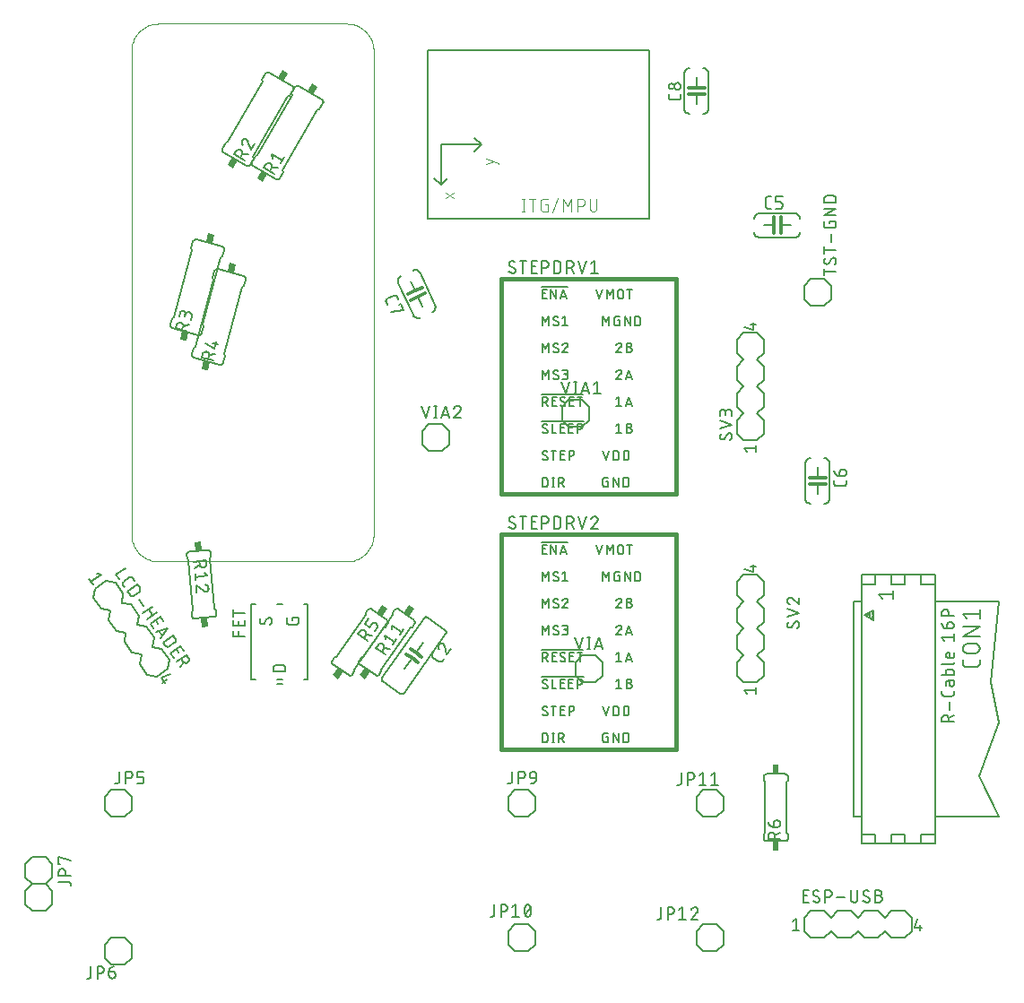
<source format=gbr>
G04 EAGLE Gerber RS-274X export*
G75*
%MOIN*%
%FSLAX34Y34*%
%LPD*%
%INSilkscreen Top*%
%IPPOS*%
%AMOC8*
5,1,8,0,0,1.08239X$1,22.5*%
G01*
%ADD10C,0.006000*%
%ADD11C,0.005000*%
%ADD12C,0.016000*%
%ADD13C,0.000000*%
%ADD14R,0.034000X0.024000*%
%ADD15C,0.012000*%
%ADD16R,0.024000X0.034000*%
%ADD17R,0.010000X0.020000*%
%ADD18R,0.005000X0.015000*%
%ADD19R,0.010000X0.010000*%
%ADD20C,0.007000*%
%ADD21C,0.004000*%


D10*
X2906Y15720D02*
X3193Y15311D01*
X3131Y14963D01*
X2722Y14676D02*
X2373Y14737D01*
X3131Y14963D02*
X3479Y14901D01*
X3766Y14492D01*
X3705Y14143D01*
X3295Y13857D02*
X2947Y13918D01*
X2660Y14328D01*
X2722Y14676D01*
X2148Y15495D02*
X2558Y15782D01*
X2906Y15720D01*
X2148Y15495D02*
X2087Y15147D01*
X2373Y14737D01*
X3705Y14143D02*
X4053Y14082D01*
X4340Y13672D01*
X4278Y13324D01*
X3869Y13037D02*
X3521Y13099D01*
X3234Y13508D01*
X3295Y13857D01*
X4627Y13263D02*
X4913Y12853D01*
X4852Y12505D01*
X4442Y12218D01*
X4094Y12280D01*
X4278Y13324D02*
X4627Y13263D01*
X3869Y13037D02*
X3807Y12689D01*
X4094Y12280D01*
D11*
X2365Y16013D02*
X2211Y16058D01*
X2365Y16013D02*
X1996Y15755D01*
X1925Y15857D02*
X2068Y15653D01*
X4616Y12188D02*
X4961Y12306D01*
X4616Y12188D02*
X4760Y11983D01*
X4799Y12102D02*
X4635Y11987D01*
X2920Y16005D02*
X3289Y16263D01*
X2920Y16005D02*
X3035Y15841D01*
X3191Y15618D02*
X3249Y15536D01*
X3191Y15618D02*
X3181Y15635D01*
X3175Y15653D01*
X3173Y15673D01*
X3175Y15692D01*
X3180Y15711D01*
X3189Y15729D01*
X3201Y15744D01*
X3216Y15757D01*
X3420Y15901D01*
X3421Y15901D02*
X3436Y15910D01*
X3452Y15916D01*
X3469Y15919D01*
X3487Y15919D01*
X3504Y15916D01*
X3520Y15910D01*
X3535Y15901D01*
X3549Y15890D01*
X3560Y15876D01*
X3617Y15794D01*
X3727Y15637D02*
X3358Y15379D01*
X3727Y15637D02*
X3799Y15535D01*
X3798Y15535D02*
X3809Y15516D01*
X3817Y15495D01*
X3821Y15474D01*
X3821Y15452D01*
X3817Y15431D01*
X3809Y15410D01*
X3798Y15391D01*
X3784Y15375D01*
X3768Y15361D01*
X3604Y15246D01*
X3587Y15236D01*
X3569Y15228D01*
X3549Y15224D01*
X3530Y15223D01*
X3510Y15225D01*
X3491Y15230D01*
X3473Y15238D01*
X3457Y15248D01*
X3442Y15261D01*
X3430Y15276D01*
X3430Y15277D02*
X3358Y15379D01*
X3771Y15095D02*
X3943Y14849D01*
X3926Y14568D02*
X4295Y14826D01*
X4131Y14712D02*
X4274Y14507D01*
X4438Y14622D02*
X4070Y14363D01*
X4202Y14174D02*
X4317Y14010D01*
X4202Y14174D02*
X4571Y14432D01*
X4685Y14268D01*
X4493Y14195D02*
X4407Y14318D01*
X4402Y13888D02*
X4857Y14024D01*
X4574Y13643D01*
X4645Y13738D02*
X4516Y13922D01*
X4683Y13487D02*
X5052Y13745D01*
X5124Y13643D01*
X5123Y13643D02*
X5134Y13624D01*
X5142Y13603D01*
X5146Y13582D01*
X5146Y13560D01*
X5142Y13539D01*
X5134Y13518D01*
X5123Y13499D01*
X5109Y13483D01*
X5093Y13469D01*
X4929Y13354D01*
X4912Y13344D01*
X4894Y13336D01*
X4874Y13332D01*
X4855Y13331D01*
X4835Y13333D01*
X4816Y13338D01*
X4798Y13346D01*
X4782Y13356D01*
X4767Y13369D01*
X4755Y13384D01*
X4755Y13385D02*
X4683Y13487D01*
X4959Y13093D02*
X5074Y12929D01*
X4959Y13093D02*
X5328Y13351D01*
X5443Y13187D01*
X5250Y13113D02*
X5164Y13236D01*
X5553Y13030D02*
X5184Y12772D01*
X5553Y13030D02*
X5624Y12927D01*
X5624Y12928D02*
X5635Y12909D01*
X5643Y12888D01*
X5647Y12867D01*
X5647Y12845D01*
X5643Y12824D01*
X5635Y12803D01*
X5624Y12784D01*
X5610Y12768D01*
X5594Y12754D01*
X5575Y12743D01*
X5554Y12735D01*
X5533Y12731D01*
X5511Y12731D01*
X5490Y12735D01*
X5469Y12743D01*
X5450Y12754D01*
X5434Y12768D01*
X5420Y12784D01*
X5348Y12886D01*
X5434Y12763D02*
X5328Y12567D01*
D12*
X17250Y27000D02*
X23750Y27000D01*
X23750Y19000D01*
X17250Y19000D01*
X17250Y27000D01*
D11*
X18775Y25625D02*
X18775Y25275D01*
X18892Y25431D02*
X18775Y25625D01*
X18892Y25431D02*
X19008Y25625D01*
X19008Y25275D01*
X19295Y25275D02*
X19310Y25276D01*
X19325Y25281D01*
X19338Y25288D01*
X19350Y25298D01*
X19360Y25310D01*
X19367Y25323D01*
X19372Y25338D01*
X19373Y25353D01*
X19295Y25275D02*
X19273Y25276D01*
X19252Y25281D01*
X19232Y25288D01*
X19213Y25297D01*
X19195Y25309D01*
X19179Y25324D01*
X19188Y25547D02*
X19189Y25562D01*
X19194Y25577D01*
X19201Y25590D01*
X19211Y25602D01*
X19223Y25612D01*
X19236Y25619D01*
X19251Y25624D01*
X19266Y25625D01*
X19289Y25623D01*
X19312Y25618D01*
X19334Y25608D01*
X19354Y25596D01*
X19227Y25479D02*
X19214Y25489D01*
X19203Y25501D01*
X19195Y25515D01*
X19190Y25531D01*
X19188Y25547D01*
X19334Y25421D02*
X19347Y25411D01*
X19358Y25399D01*
X19366Y25385D01*
X19371Y25369D01*
X19373Y25353D01*
X19334Y25421D02*
X19227Y25479D01*
X19526Y25547D02*
X19624Y25625D01*
X19624Y25275D01*
X19721Y25275D02*
X19526Y25275D01*
X18775Y24625D02*
X18775Y24275D01*
X18892Y24431D02*
X18775Y24625D01*
X18892Y24431D02*
X19008Y24625D01*
X19008Y24275D01*
X19295Y24275D02*
X19310Y24276D01*
X19325Y24281D01*
X19338Y24288D01*
X19350Y24298D01*
X19360Y24310D01*
X19367Y24323D01*
X19372Y24338D01*
X19373Y24353D01*
X19295Y24275D02*
X19273Y24276D01*
X19252Y24281D01*
X19232Y24288D01*
X19213Y24297D01*
X19195Y24309D01*
X19179Y24324D01*
X19188Y24547D02*
X19189Y24562D01*
X19194Y24577D01*
X19201Y24590D01*
X19211Y24602D01*
X19223Y24612D01*
X19236Y24619D01*
X19251Y24624D01*
X19266Y24625D01*
X19289Y24623D01*
X19312Y24618D01*
X19334Y24608D01*
X19354Y24596D01*
X19227Y24479D02*
X19214Y24489D01*
X19203Y24501D01*
X19195Y24515D01*
X19190Y24531D01*
X19188Y24547D01*
X19334Y24421D02*
X19347Y24411D01*
X19358Y24399D01*
X19366Y24385D01*
X19371Y24369D01*
X19373Y24353D01*
X19334Y24421D02*
X19227Y24479D01*
X19633Y24626D02*
X19650Y24624D01*
X19667Y24619D01*
X19682Y24611D01*
X19695Y24600D01*
X19706Y24587D01*
X19714Y24572D01*
X19719Y24555D01*
X19721Y24538D01*
X19633Y24625D02*
X19613Y24623D01*
X19594Y24618D01*
X19576Y24609D01*
X19559Y24597D01*
X19545Y24583D01*
X19534Y24566D01*
X19526Y24548D01*
X19692Y24470D02*
X19704Y24484D01*
X19713Y24501D01*
X19719Y24519D01*
X19721Y24538D01*
X19692Y24469D02*
X19526Y24275D01*
X19721Y24275D01*
X18775Y23625D02*
X18775Y23275D01*
X18892Y23431D02*
X18775Y23625D01*
X18892Y23431D02*
X19008Y23625D01*
X19008Y23275D01*
X19295Y23275D02*
X19310Y23276D01*
X19325Y23281D01*
X19338Y23288D01*
X19350Y23298D01*
X19360Y23310D01*
X19367Y23323D01*
X19372Y23338D01*
X19373Y23353D01*
X19295Y23275D02*
X19273Y23276D01*
X19252Y23281D01*
X19232Y23288D01*
X19213Y23297D01*
X19195Y23309D01*
X19179Y23324D01*
X19188Y23547D02*
X19189Y23562D01*
X19194Y23577D01*
X19201Y23590D01*
X19211Y23602D01*
X19223Y23612D01*
X19236Y23619D01*
X19251Y23624D01*
X19266Y23625D01*
X19289Y23623D01*
X19312Y23618D01*
X19334Y23608D01*
X19354Y23596D01*
X19227Y23479D02*
X19214Y23489D01*
X19203Y23501D01*
X19195Y23515D01*
X19190Y23531D01*
X19188Y23547D01*
X19334Y23421D02*
X19347Y23411D01*
X19358Y23399D01*
X19366Y23385D01*
X19371Y23369D01*
X19373Y23353D01*
X19334Y23421D02*
X19227Y23479D01*
X19526Y23275D02*
X19624Y23275D01*
X19642Y23277D01*
X19659Y23282D01*
X19675Y23290D01*
X19689Y23300D01*
X19701Y23314D01*
X19711Y23329D01*
X19717Y23345D01*
X19721Y23363D01*
X19721Y23381D01*
X19717Y23399D01*
X19711Y23415D01*
X19701Y23430D01*
X19689Y23444D01*
X19675Y23454D01*
X19659Y23462D01*
X19642Y23467D01*
X19624Y23469D01*
X19643Y23625D02*
X19526Y23625D01*
X19643Y23625D02*
X19659Y23623D01*
X19675Y23618D01*
X19689Y23610D01*
X19701Y23599D01*
X19711Y23586D01*
X19717Y23571D01*
X19721Y23555D01*
X19721Y23539D01*
X19717Y23523D01*
X19711Y23508D01*
X19701Y23495D01*
X19689Y23484D01*
X19675Y23476D01*
X19659Y23471D01*
X19643Y23469D01*
X19565Y23469D01*
X20287Y22725D02*
X18750Y22725D01*
X18775Y22625D02*
X18775Y22275D01*
X18775Y22625D02*
X18872Y22625D01*
X18890Y22623D01*
X18907Y22618D01*
X18923Y22610D01*
X18937Y22600D01*
X18949Y22586D01*
X18959Y22571D01*
X18965Y22555D01*
X18969Y22537D01*
X18969Y22519D01*
X18965Y22501D01*
X18959Y22485D01*
X18949Y22470D01*
X18937Y22456D01*
X18923Y22446D01*
X18907Y22438D01*
X18890Y22433D01*
X18872Y22431D01*
X18775Y22431D01*
X18892Y22431D02*
X18969Y22275D01*
X19145Y22275D02*
X19300Y22275D01*
X19145Y22275D02*
X19145Y22625D01*
X19300Y22625D01*
X19262Y22469D02*
X19145Y22469D01*
X19549Y22275D02*
X19564Y22276D01*
X19579Y22281D01*
X19592Y22288D01*
X19604Y22298D01*
X19614Y22310D01*
X19621Y22323D01*
X19626Y22338D01*
X19627Y22353D01*
X19549Y22275D02*
X19527Y22276D01*
X19506Y22281D01*
X19486Y22288D01*
X19467Y22297D01*
X19449Y22309D01*
X19433Y22324D01*
X19442Y22547D02*
X19443Y22562D01*
X19448Y22577D01*
X19455Y22590D01*
X19465Y22602D01*
X19477Y22612D01*
X19490Y22619D01*
X19505Y22624D01*
X19520Y22625D01*
X19543Y22623D01*
X19566Y22618D01*
X19588Y22608D01*
X19608Y22596D01*
X19481Y22479D02*
X19468Y22489D01*
X19457Y22501D01*
X19449Y22515D01*
X19444Y22531D01*
X19442Y22547D01*
X19587Y22421D02*
X19600Y22411D01*
X19611Y22399D01*
X19619Y22385D01*
X19624Y22369D01*
X19626Y22353D01*
X19588Y22421D02*
X19481Y22479D01*
X19793Y22275D02*
X19948Y22275D01*
X19793Y22275D02*
X19793Y22625D01*
X19948Y22625D01*
X19910Y22469D02*
X19793Y22469D01*
X20165Y22625D02*
X20165Y22275D01*
X20068Y22625D02*
X20262Y22625D01*
X20297Y21725D02*
X18750Y21725D01*
X18970Y21353D02*
X18969Y21338D01*
X18964Y21323D01*
X18957Y21310D01*
X18947Y21298D01*
X18935Y21288D01*
X18922Y21281D01*
X18907Y21276D01*
X18892Y21275D01*
X18870Y21276D01*
X18849Y21281D01*
X18829Y21288D01*
X18810Y21297D01*
X18792Y21309D01*
X18776Y21324D01*
X18785Y21547D02*
X18786Y21562D01*
X18791Y21577D01*
X18798Y21590D01*
X18808Y21602D01*
X18820Y21612D01*
X18833Y21619D01*
X18848Y21624D01*
X18863Y21625D01*
X18886Y21623D01*
X18909Y21618D01*
X18931Y21608D01*
X18951Y21596D01*
X18824Y21479D02*
X18811Y21489D01*
X18800Y21501D01*
X18792Y21515D01*
X18787Y21531D01*
X18785Y21547D01*
X18930Y21421D02*
X18943Y21411D01*
X18954Y21399D01*
X18962Y21385D01*
X18967Y21369D01*
X18969Y21353D01*
X18931Y21421D02*
X18824Y21479D01*
X19136Y21625D02*
X19136Y21275D01*
X19291Y21275D01*
X19448Y21275D02*
X19603Y21275D01*
X19448Y21275D02*
X19448Y21625D01*
X19603Y21625D01*
X19565Y21469D02*
X19448Y21469D01*
X19760Y21275D02*
X19915Y21275D01*
X19760Y21275D02*
X19760Y21625D01*
X19915Y21625D01*
X19877Y21469D02*
X19760Y21469D01*
X20078Y21625D02*
X20078Y21275D01*
X20078Y21625D02*
X20175Y21625D01*
X20193Y21623D01*
X20210Y21618D01*
X20226Y21610D01*
X20240Y21600D01*
X20252Y21586D01*
X20262Y21571D01*
X20268Y21555D01*
X20272Y21537D01*
X20272Y21519D01*
X20268Y21501D01*
X20262Y21485D01*
X20252Y21470D01*
X20240Y21456D01*
X20226Y21446D01*
X20210Y21438D01*
X20193Y21433D01*
X20175Y21431D01*
X20078Y21431D01*
X18970Y20353D02*
X18969Y20338D01*
X18964Y20323D01*
X18957Y20310D01*
X18947Y20298D01*
X18935Y20288D01*
X18922Y20281D01*
X18907Y20276D01*
X18892Y20275D01*
X18870Y20276D01*
X18849Y20281D01*
X18829Y20288D01*
X18810Y20297D01*
X18792Y20309D01*
X18776Y20324D01*
X18785Y20547D02*
X18786Y20562D01*
X18791Y20577D01*
X18798Y20590D01*
X18808Y20602D01*
X18820Y20612D01*
X18833Y20619D01*
X18848Y20624D01*
X18863Y20625D01*
X18886Y20623D01*
X18909Y20618D01*
X18931Y20608D01*
X18951Y20596D01*
X18824Y20479D02*
X18811Y20489D01*
X18800Y20501D01*
X18792Y20515D01*
X18787Y20531D01*
X18785Y20547D01*
X18930Y20421D02*
X18943Y20411D01*
X18954Y20399D01*
X18962Y20385D01*
X18967Y20369D01*
X18969Y20353D01*
X18931Y20421D02*
X18824Y20479D01*
X19196Y20625D02*
X19196Y20275D01*
X19099Y20625D02*
X19293Y20625D01*
X19448Y20275D02*
X19603Y20275D01*
X19448Y20275D02*
X19448Y20625D01*
X19603Y20625D01*
X19565Y20469D02*
X19448Y20469D01*
X19766Y20625D02*
X19766Y20275D01*
X19766Y20625D02*
X19863Y20625D01*
X19881Y20623D01*
X19898Y20618D01*
X19914Y20610D01*
X19928Y20600D01*
X19940Y20586D01*
X19950Y20571D01*
X19956Y20555D01*
X19960Y20537D01*
X19960Y20519D01*
X19956Y20501D01*
X19950Y20485D01*
X19940Y20470D01*
X19928Y20456D01*
X19914Y20446D01*
X19898Y20438D01*
X19881Y20433D01*
X19863Y20431D01*
X19766Y20431D01*
X18775Y19625D02*
X18775Y19275D01*
X18775Y19625D02*
X18872Y19625D01*
X18889Y19624D01*
X18905Y19619D01*
X18921Y19612D01*
X18934Y19602D01*
X18946Y19590D01*
X18956Y19577D01*
X18963Y19561D01*
X18968Y19545D01*
X18969Y19528D01*
X18969Y19372D01*
X18968Y19355D01*
X18963Y19339D01*
X18956Y19324D01*
X18946Y19310D01*
X18934Y19298D01*
X18921Y19288D01*
X18905Y19281D01*
X18889Y19276D01*
X18872Y19275D01*
X18775Y19275D01*
X19172Y19275D02*
X19172Y19625D01*
X19133Y19275D02*
X19211Y19275D01*
X19211Y19625D02*
X19133Y19625D01*
X19378Y19625D02*
X19378Y19275D01*
X19378Y19625D02*
X19475Y19625D01*
X19493Y19623D01*
X19510Y19618D01*
X19526Y19610D01*
X19540Y19600D01*
X19552Y19586D01*
X19562Y19571D01*
X19568Y19555D01*
X19572Y19537D01*
X19572Y19519D01*
X19568Y19501D01*
X19562Y19485D01*
X19552Y19470D01*
X19540Y19456D01*
X19526Y19446D01*
X19510Y19438D01*
X19493Y19433D01*
X19475Y19431D01*
X19378Y19431D01*
X19495Y19431D02*
X19572Y19275D01*
X19697Y26725D02*
X18750Y26725D01*
X18775Y26275D02*
X18931Y26275D01*
X18775Y26275D02*
X18775Y26625D01*
X18931Y26625D01*
X18892Y26469D02*
X18775Y26469D01*
X19086Y26625D02*
X19086Y26275D01*
X19281Y26275D02*
X19086Y26625D01*
X19281Y26625D02*
X19281Y26275D01*
X19439Y26275D02*
X19555Y26625D01*
X19672Y26275D01*
X19643Y26363D02*
X19468Y26363D01*
X20775Y26625D02*
X20892Y26275D01*
X21008Y26625D01*
X21171Y26625D02*
X21171Y26275D01*
X21288Y26431D02*
X21171Y26625D01*
X21288Y26431D02*
X21404Y26625D01*
X21404Y26275D01*
X21586Y26372D02*
X21586Y26528D01*
X21587Y26528D02*
X21589Y26546D01*
X21594Y26563D01*
X21602Y26579D01*
X21612Y26593D01*
X21626Y26605D01*
X21641Y26615D01*
X21657Y26621D01*
X21675Y26625D01*
X21693Y26625D01*
X21711Y26621D01*
X21727Y26615D01*
X21742Y26605D01*
X21756Y26593D01*
X21766Y26579D01*
X21774Y26563D01*
X21779Y26546D01*
X21781Y26528D01*
X21781Y26372D01*
X21779Y26354D01*
X21774Y26337D01*
X21766Y26321D01*
X21756Y26307D01*
X21742Y26295D01*
X21727Y26285D01*
X21711Y26279D01*
X21693Y26275D01*
X21675Y26275D01*
X21657Y26279D01*
X21641Y26285D01*
X21626Y26295D01*
X21612Y26307D01*
X21602Y26321D01*
X21594Y26337D01*
X21589Y26354D01*
X21587Y26372D01*
X22020Y26275D02*
X22020Y26625D01*
X22117Y26625D02*
X21922Y26625D01*
X21025Y25625D02*
X21025Y25275D01*
X21142Y25431D02*
X21025Y25625D01*
X21142Y25431D02*
X21258Y25625D01*
X21258Y25275D01*
X21589Y25469D02*
X21647Y25469D01*
X21647Y25275D01*
X21530Y25275D01*
X21515Y25276D01*
X21500Y25281D01*
X21487Y25288D01*
X21475Y25298D01*
X21465Y25310D01*
X21458Y25323D01*
X21453Y25338D01*
X21452Y25353D01*
X21452Y25547D01*
X21454Y25564D01*
X21460Y25581D01*
X21469Y25596D01*
X21481Y25608D01*
X21496Y25617D01*
X21513Y25623D01*
X21530Y25625D01*
X21647Y25625D01*
X21836Y25625D02*
X21836Y25275D01*
X22031Y25275D02*
X21836Y25625D01*
X22031Y25625D02*
X22031Y25275D01*
X22220Y25275D02*
X22220Y25625D01*
X22318Y25625D01*
X22335Y25624D01*
X22351Y25619D01*
X22367Y25612D01*
X22380Y25602D01*
X22392Y25590D01*
X22402Y25577D01*
X22409Y25561D01*
X22414Y25545D01*
X22415Y25528D01*
X22415Y25372D01*
X22414Y25355D01*
X22409Y25339D01*
X22402Y25324D01*
X22392Y25310D01*
X22380Y25298D01*
X22367Y25288D01*
X22351Y25281D01*
X22335Y25276D01*
X22318Y25275D01*
X22220Y25275D01*
X21219Y19469D02*
X21161Y19469D01*
X21219Y19469D02*
X21219Y19275D01*
X21103Y19275D01*
X21088Y19276D01*
X21073Y19281D01*
X21060Y19288D01*
X21048Y19298D01*
X21038Y19310D01*
X21031Y19323D01*
X21026Y19338D01*
X21025Y19353D01*
X21025Y19547D01*
X21027Y19564D01*
X21033Y19581D01*
X21042Y19596D01*
X21054Y19608D01*
X21069Y19617D01*
X21086Y19623D01*
X21103Y19625D01*
X21219Y19625D01*
X21409Y19625D02*
X21409Y19275D01*
X21603Y19275D02*
X21409Y19625D01*
X21603Y19625D02*
X21603Y19275D01*
X21793Y19275D02*
X21793Y19625D01*
X21890Y19625D01*
X21907Y19624D01*
X21923Y19619D01*
X21939Y19612D01*
X21952Y19602D01*
X21964Y19590D01*
X21974Y19577D01*
X21981Y19561D01*
X21986Y19545D01*
X21987Y19528D01*
X21987Y19372D01*
X21986Y19355D01*
X21981Y19339D01*
X21974Y19324D01*
X21964Y19310D01*
X21952Y19298D01*
X21939Y19288D01*
X21923Y19281D01*
X21907Y19276D01*
X21890Y19275D01*
X21793Y19275D01*
X21142Y20275D02*
X21025Y20625D01*
X21258Y20625D02*
X21142Y20275D01*
X21416Y20275D02*
X21416Y20625D01*
X21514Y20625D01*
X21531Y20624D01*
X21547Y20619D01*
X21563Y20612D01*
X21576Y20602D01*
X21588Y20590D01*
X21598Y20577D01*
X21605Y20561D01*
X21610Y20545D01*
X21611Y20528D01*
X21611Y20372D01*
X21610Y20355D01*
X21605Y20339D01*
X21598Y20324D01*
X21588Y20310D01*
X21576Y20298D01*
X21563Y20288D01*
X21547Y20281D01*
X21531Y20276D01*
X21514Y20275D01*
X21416Y20275D01*
X21800Y20275D02*
X21800Y20625D01*
X21898Y20625D01*
X21915Y20624D01*
X21931Y20619D01*
X21947Y20612D01*
X21960Y20602D01*
X21972Y20590D01*
X21982Y20577D01*
X21989Y20561D01*
X21994Y20545D01*
X21995Y20528D01*
X21995Y20372D01*
X21994Y20355D01*
X21989Y20339D01*
X21982Y20324D01*
X21972Y20310D01*
X21960Y20298D01*
X21947Y20288D01*
X21931Y20281D01*
X21915Y20276D01*
X21898Y20275D01*
X21800Y20275D01*
X21720Y23538D02*
X21718Y23555D01*
X21713Y23572D01*
X21705Y23587D01*
X21694Y23600D01*
X21681Y23611D01*
X21666Y23619D01*
X21649Y23624D01*
X21632Y23626D01*
X21632Y23625D02*
X21612Y23623D01*
X21593Y23618D01*
X21575Y23609D01*
X21558Y23597D01*
X21544Y23583D01*
X21533Y23566D01*
X21525Y23548D01*
X21690Y23470D02*
X21702Y23484D01*
X21711Y23501D01*
X21717Y23519D01*
X21719Y23538D01*
X21690Y23469D02*
X21525Y23275D01*
X21719Y23275D01*
X21866Y23275D02*
X21982Y23625D01*
X22099Y23275D01*
X22070Y23363D02*
X21895Y23363D01*
X21622Y22625D02*
X21525Y22547D01*
X21622Y22625D02*
X21622Y22275D01*
X21525Y22275D02*
X21719Y22275D01*
X21866Y22275D02*
X21982Y22625D01*
X22099Y22275D01*
X22070Y22363D02*
X21895Y22363D01*
X21622Y21625D02*
X21525Y21547D01*
X21622Y21625D02*
X21622Y21275D01*
X21525Y21275D02*
X21719Y21275D01*
X21904Y21469D02*
X22001Y21469D01*
X22019Y21467D01*
X22036Y21462D01*
X22052Y21454D01*
X22066Y21444D01*
X22078Y21430D01*
X22088Y21415D01*
X22094Y21399D01*
X22098Y21381D01*
X22098Y21363D01*
X22094Y21345D01*
X22088Y21329D01*
X22078Y21314D01*
X22066Y21300D01*
X22052Y21290D01*
X22036Y21282D01*
X22019Y21277D01*
X22001Y21275D01*
X21904Y21275D01*
X21904Y21625D01*
X22001Y21625D01*
X22017Y21623D01*
X22033Y21618D01*
X22047Y21610D01*
X22059Y21599D01*
X22069Y21586D01*
X22075Y21571D01*
X22079Y21555D01*
X22079Y21539D01*
X22075Y21523D01*
X22069Y21508D01*
X22059Y21495D01*
X22047Y21484D01*
X22033Y21476D01*
X22017Y21471D01*
X22001Y21469D01*
X21720Y24538D02*
X21718Y24555D01*
X21713Y24572D01*
X21705Y24587D01*
X21694Y24600D01*
X21681Y24611D01*
X21666Y24619D01*
X21649Y24624D01*
X21632Y24626D01*
X21632Y24625D02*
X21612Y24623D01*
X21593Y24618D01*
X21575Y24609D01*
X21558Y24597D01*
X21544Y24583D01*
X21533Y24566D01*
X21525Y24548D01*
X21690Y24470D02*
X21702Y24484D01*
X21711Y24501D01*
X21717Y24519D01*
X21719Y24538D01*
X21690Y24469D02*
X21525Y24275D01*
X21719Y24275D01*
X21904Y24469D02*
X22001Y24469D01*
X22019Y24467D01*
X22036Y24462D01*
X22052Y24454D01*
X22066Y24444D01*
X22078Y24430D01*
X22088Y24415D01*
X22094Y24399D01*
X22098Y24381D01*
X22098Y24363D01*
X22094Y24345D01*
X22088Y24329D01*
X22078Y24314D01*
X22066Y24300D01*
X22052Y24290D01*
X22036Y24282D01*
X22019Y24277D01*
X22001Y24275D01*
X21904Y24275D01*
X21904Y24625D01*
X22001Y24625D01*
X22017Y24623D01*
X22033Y24618D01*
X22047Y24610D01*
X22059Y24599D01*
X22069Y24586D01*
X22075Y24571D01*
X22079Y24555D01*
X22079Y24539D01*
X22075Y24523D01*
X22069Y24508D01*
X22059Y24495D01*
X22047Y24484D01*
X22033Y24476D01*
X22017Y24471D01*
X22001Y24469D01*
X17775Y27325D02*
X17773Y27308D01*
X17769Y27291D01*
X17762Y27275D01*
X17752Y27261D01*
X17739Y27248D01*
X17725Y27238D01*
X17709Y27231D01*
X17692Y27227D01*
X17675Y27225D01*
X17647Y27227D01*
X17620Y27232D01*
X17594Y27241D01*
X17569Y27254D01*
X17546Y27269D01*
X17525Y27287D01*
X17538Y27575D02*
X17540Y27592D01*
X17544Y27609D01*
X17551Y27625D01*
X17561Y27639D01*
X17574Y27652D01*
X17588Y27662D01*
X17604Y27669D01*
X17621Y27673D01*
X17638Y27675D01*
X17638Y27676D02*
X17662Y27674D01*
X17686Y27670D01*
X17709Y27662D01*
X17731Y27652D01*
X17751Y27638D01*
X17587Y27487D02*
X17573Y27497D01*
X17560Y27510D01*
X17550Y27524D01*
X17543Y27540D01*
X17539Y27557D01*
X17537Y27575D01*
X17725Y27413D02*
X17739Y27403D01*
X17752Y27390D01*
X17762Y27376D01*
X17769Y27360D01*
X17773Y27343D01*
X17775Y27325D01*
X17725Y27413D02*
X17588Y27488D01*
X18055Y27675D02*
X18055Y27225D01*
X17930Y27675D02*
X18180Y27675D01*
X18366Y27225D02*
X18566Y27225D01*
X18366Y27225D02*
X18366Y27675D01*
X18566Y27675D01*
X18516Y27475D02*
X18366Y27475D01*
X18762Y27675D02*
X18762Y27225D01*
X18762Y27675D02*
X18887Y27675D01*
X18908Y27673D01*
X18928Y27668D01*
X18946Y27660D01*
X18964Y27649D01*
X18979Y27635D01*
X18992Y27618D01*
X19001Y27600D01*
X19008Y27581D01*
X19012Y27560D01*
X19012Y27540D01*
X19008Y27519D01*
X19001Y27500D01*
X18992Y27482D01*
X18979Y27465D01*
X18964Y27451D01*
X18946Y27440D01*
X18928Y27432D01*
X18908Y27427D01*
X18887Y27425D01*
X18762Y27425D01*
X19205Y27225D02*
X19205Y27675D01*
X19330Y27675D01*
X19350Y27673D01*
X19369Y27669D01*
X19387Y27661D01*
X19403Y27651D01*
X19418Y27638D01*
X19431Y27623D01*
X19441Y27607D01*
X19449Y27589D01*
X19453Y27570D01*
X19455Y27550D01*
X19455Y27350D01*
X19453Y27330D01*
X19449Y27311D01*
X19441Y27293D01*
X19431Y27277D01*
X19418Y27262D01*
X19403Y27249D01*
X19387Y27239D01*
X19369Y27231D01*
X19350Y27227D01*
X19330Y27225D01*
X19205Y27225D01*
X19688Y27225D02*
X19688Y27675D01*
X19813Y27675D01*
X19834Y27673D01*
X19854Y27668D01*
X19872Y27660D01*
X19890Y27649D01*
X19905Y27635D01*
X19918Y27618D01*
X19927Y27600D01*
X19934Y27581D01*
X19938Y27560D01*
X19938Y27540D01*
X19934Y27519D01*
X19927Y27500D01*
X19918Y27482D01*
X19905Y27465D01*
X19890Y27451D01*
X19872Y27440D01*
X19854Y27432D01*
X19834Y27427D01*
X19813Y27425D01*
X19688Y27425D01*
X19838Y27425D02*
X19938Y27225D01*
X20260Y27225D02*
X20110Y27675D01*
X20410Y27675D02*
X20260Y27225D01*
X20585Y27575D02*
X20710Y27675D01*
X20710Y27225D01*
X20585Y27225D02*
X20835Y27225D01*
D12*
X23750Y17500D02*
X17250Y17500D01*
X23750Y17500D02*
X23750Y9500D01*
X17250Y9500D01*
X17250Y17500D01*
D11*
X18775Y16125D02*
X18775Y15775D01*
X18892Y15931D02*
X18775Y16125D01*
X18892Y15931D02*
X19008Y16125D01*
X19008Y15775D01*
X19295Y15775D02*
X19310Y15776D01*
X19325Y15781D01*
X19338Y15788D01*
X19350Y15798D01*
X19360Y15810D01*
X19367Y15823D01*
X19372Y15838D01*
X19373Y15853D01*
X19295Y15775D02*
X19273Y15776D01*
X19252Y15781D01*
X19232Y15788D01*
X19213Y15797D01*
X19195Y15809D01*
X19179Y15824D01*
X19188Y16047D02*
X19189Y16062D01*
X19194Y16077D01*
X19201Y16090D01*
X19211Y16102D01*
X19223Y16112D01*
X19236Y16119D01*
X19251Y16124D01*
X19266Y16125D01*
X19289Y16123D01*
X19312Y16118D01*
X19334Y16108D01*
X19354Y16096D01*
X19227Y15979D02*
X19214Y15989D01*
X19203Y16001D01*
X19195Y16015D01*
X19190Y16031D01*
X19188Y16047D01*
X19334Y15921D02*
X19347Y15911D01*
X19358Y15899D01*
X19366Y15885D01*
X19371Y15869D01*
X19373Y15853D01*
X19334Y15921D02*
X19227Y15979D01*
X19526Y16047D02*
X19624Y16125D01*
X19624Y15775D01*
X19721Y15775D02*
X19526Y15775D01*
X18775Y15125D02*
X18775Y14775D01*
X18892Y14931D02*
X18775Y15125D01*
X18892Y14931D02*
X19008Y15125D01*
X19008Y14775D01*
X19295Y14775D02*
X19310Y14776D01*
X19325Y14781D01*
X19338Y14788D01*
X19350Y14798D01*
X19360Y14810D01*
X19367Y14823D01*
X19372Y14838D01*
X19373Y14853D01*
X19295Y14775D02*
X19273Y14776D01*
X19252Y14781D01*
X19232Y14788D01*
X19213Y14797D01*
X19195Y14809D01*
X19179Y14824D01*
X19188Y15047D02*
X19189Y15062D01*
X19194Y15077D01*
X19201Y15090D01*
X19211Y15102D01*
X19223Y15112D01*
X19236Y15119D01*
X19251Y15124D01*
X19266Y15125D01*
X19289Y15123D01*
X19312Y15118D01*
X19334Y15108D01*
X19354Y15096D01*
X19227Y14979D02*
X19214Y14989D01*
X19203Y15001D01*
X19195Y15015D01*
X19190Y15031D01*
X19188Y15047D01*
X19334Y14921D02*
X19347Y14911D01*
X19358Y14899D01*
X19366Y14885D01*
X19371Y14869D01*
X19373Y14853D01*
X19334Y14921D02*
X19227Y14979D01*
X19633Y15126D02*
X19650Y15124D01*
X19667Y15119D01*
X19682Y15111D01*
X19695Y15100D01*
X19706Y15087D01*
X19714Y15072D01*
X19719Y15055D01*
X19721Y15038D01*
X19633Y15125D02*
X19613Y15123D01*
X19594Y15118D01*
X19576Y15109D01*
X19559Y15097D01*
X19545Y15083D01*
X19534Y15066D01*
X19526Y15048D01*
X19692Y14970D02*
X19704Y14984D01*
X19713Y15001D01*
X19719Y15019D01*
X19721Y15038D01*
X19692Y14969D02*
X19526Y14775D01*
X19721Y14775D01*
X18775Y14125D02*
X18775Y13775D01*
X18892Y13931D02*
X18775Y14125D01*
X18892Y13931D02*
X19008Y14125D01*
X19008Y13775D01*
X19295Y13775D02*
X19310Y13776D01*
X19325Y13781D01*
X19338Y13788D01*
X19350Y13798D01*
X19360Y13810D01*
X19367Y13823D01*
X19372Y13838D01*
X19373Y13853D01*
X19295Y13775D02*
X19273Y13776D01*
X19252Y13781D01*
X19232Y13788D01*
X19213Y13797D01*
X19195Y13809D01*
X19179Y13824D01*
X19188Y14047D02*
X19189Y14062D01*
X19194Y14077D01*
X19201Y14090D01*
X19211Y14102D01*
X19223Y14112D01*
X19236Y14119D01*
X19251Y14124D01*
X19266Y14125D01*
X19289Y14123D01*
X19312Y14118D01*
X19334Y14108D01*
X19354Y14096D01*
X19227Y13979D02*
X19214Y13989D01*
X19203Y14001D01*
X19195Y14015D01*
X19190Y14031D01*
X19188Y14047D01*
X19334Y13921D02*
X19347Y13911D01*
X19358Y13899D01*
X19366Y13885D01*
X19371Y13869D01*
X19373Y13853D01*
X19334Y13921D02*
X19227Y13979D01*
X19526Y13775D02*
X19624Y13775D01*
X19642Y13777D01*
X19659Y13782D01*
X19675Y13790D01*
X19689Y13800D01*
X19701Y13814D01*
X19711Y13829D01*
X19717Y13845D01*
X19721Y13863D01*
X19721Y13881D01*
X19717Y13899D01*
X19711Y13915D01*
X19701Y13930D01*
X19689Y13944D01*
X19675Y13954D01*
X19659Y13962D01*
X19642Y13967D01*
X19624Y13969D01*
X19643Y14125D02*
X19526Y14125D01*
X19643Y14125D02*
X19659Y14123D01*
X19675Y14118D01*
X19689Y14110D01*
X19701Y14099D01*
X19711Y14086D01*
X19717Y14071D01*
X19721Y14055D01*
X19721Y14039D01*
X19717Y14023D01*
X19711Y14008D01*
X19701Y13995D01*
X19689Y13984D01*
X19675Y13976D01*
X19659Y13971D01*
X19643Y13969D01*
X19565Y13969D01*
X20287Y13225D02*
X18750Y13225D01*
X18775Y13125D02*
X18775Y12775D01*
X18775Y13125D02*
X18872Y13125D01*
X18890Y13123D01*
X18907Y13118D01*
X18923Y13110D01*
X18937Y13100D01*
X18949Y13086D01*
X18959Y13071D01*
X18965Y13055D01*
X18969Y13037D01*
X18969Y13019D01*
X18965Y13001D01*
X18959Y12985D01*
X18949Y12970D01*
X18937Y12956D01*
X18923Y12946D01*
X18907Y12938D01*
X18890Y12933D01*
X18872Y12931D01*
X18775Y12931D01*
X18892Y12931D02*
X18969Y12775D01*
X19145Y12775D02*
X19300Y12775D01*
X19145Y12775D02*
X19145Y13125D01*
X19300Y13125D01*
X19262Y12969D02*
X19145Y12969D01*
X19549Y12775D02*
X19564Y12776D01*
X19579Y12781D01*
X19592Y12788D01*
X19604Y12798D01*
X19614Y12810D01*
X19621Y12823D01*
X19626Y12838D01*
X19627Y12853D01*
X19549Y12775D02*
X19527Y12776D01*
X19506Y12781D01*
X19486Y12788D01*
X19467Y12797D01*
X19449Y12809D01*
X19433Y12824D01*
X19442Y13047D02*
X19443Y13062D01*
X19448Y13077D01*
X19455Y13090D01*
X19465Y13102D01*
X19477Y13112D01*
X19490Y13119D01*
X19505Y13124D01*
X19520Y13125D01*
X19543Y13123D01*
X19566Y13118D01*
X19588Y13108D01*
X19608Y13096D01*
X19481Y12979D02*
X19468Y12989D01*
X19457Y13001D01*
X19449Y13015D01*
X19444Y13031D01*
X19442Y13047D01*
X19587Y12921D02*
X19600Y12911D01*
X19611Y12899D01*
X19619Y12885D01*
X19624Y12869D01*
X19626Y12853D01*
X19588Y12921D02*
X19481Y12979D01*
X19793Y12775D02*
X19948Y12775D01*
X19793Y12775D02*
X19793Y13125D01*
X19948Y13125D01*
X19910Y12969D02*
X19793Y12969D01*
X20165Y13125D02*
X20165Y12775D01*
X20068Y13125D02*
X20262Y13125D01*
X20297Y12225D02*
X18750Y12225D01*
X18970Y11853D02*
X18969Y11838D01*
X18964Y11823D01*
X18957Y11810D01*
X18947Y11798D01*
X18935Y11788D01*
X18922Y11781D01*
X18907Y11776D01*
X18892Y11775D01*
X18870Y11776D01*
X18849Y11781D01*
X18829Y11788D01*
X18810Y11797D01*
X18792Y11809D01*
X18776Y11824D01*
X18785Y12047D02*
X18786Y12062D01*
X18791Y12077D01*
X18798Y12090D01*
X18808Y12102D01*
X18820Y12112D01*
X18833Y12119D01*
X18848Y12124D01*
X18863Y12125D01*
X18886Y12123D01*
X18909Y12118D01*
X18931Y12108D01*
X18951Y12096D01*
X18824Y11979D02*
X18811Y11989D01*
X18800Y12001D01*
X18792Y12015D01*
X18787Y12031D01*
X18785Y12047D01*
X18930Y11921D02*
X18943Y11911D01*
X18954Y11899D01*
X18962Y11885D01*
X18967Y11869D01*
X18969Y11853D01*
X18931Y11921D02*
X18824Y11979D01*
X19136Y12125D02*
X19136Y11775D01*
X19291Y11775D01*
X19448Y11775D02*
X19603Y11775D01*
X19448Y11775D02*
X19448Y12125D01*
X19603Y12125D01*
X19565Y11969D02*
X19448Y11969D01*
X19760Y11775D02*
X19915Y11775D01*
X19760Y11775D02*
X19760Y12125D01*
X19915Y12125D01*
X19877Y11969D02*
X19760Y11969D01*
X20078Y12125D02*
X20078Y11775D01*
X20078Y12125D02*
X20175Y12125D01*
X20193Y12123D01*
X20210Y12118D01*
X20226Y12110D01*
X20240Y12100D01*
X20252Y12086D01*
X20262Y12071D01*
X20268Y12055D01*
X20272Y12037D01*
X20272Y12019D01*
X20268Y12001D01*
X20262Y11985D01*
X20252Y11970D01*
X20240Y11956D01*
X20226Y11946D01*
X20210Y11938D01*
X20193Y11933D01*
X20175Y11931D01*
X20078Y11931D01*
X18970Y10853D02*
X18969Y10838D01*
X18964Y10823D01*
X18957Y10810D01*
X18947Y10798D01*
X18935Y10788D01*
X18922Y10781D01*
X18907Y10776D01*
X18892Y10775D01*
X18870Y10776D01*
X18849Y10781D01*
X18829Y10788D01*
X18810Y10797D01*
X18792Y10809D01*
X18776Y10824D01*
X18785Y11047D02*
X18786Y11062D01*
X18791Y11077D01*
X18798Y11090D01*
X18808Y11102D01*
X18820Y11112D01*
X18833Y11119D01*
X18848Y11124D01*
X18863Y11125D01*
X18886Y11123D01*
X18909Y11118D01*
X18931Y11108D01*
X18951Y11096D01*
X18824Y10979D02*
X18811Y10989D01*
X18800Y11001D01*
X18792Y11015D01*
X18787Y11031D01*
X18785Y11047D01*
X18930Y10921D02*
X18943Y10911D01*
X18954Y10899D01*
X18962Y10885D01*
X18967Y10869D01*
X18969Y10853D01*
X18931Y10921D02*
X18824Y10979D01*
X19196Y11125D02*
X19196Y10775D01*
X19099Y11125D02*
X19293Y11125D01*
X19448Y10775D02*
X19603Y10775D01*
X19448Y10775D02*
X19448Y11125D01*
X19603Y11125D01*
X19565Y10969D02*
X19448Y10969D01*
X19766Y11125D02*
X19766Y10775D01*
X19766Y11125D02*
X19863Y11125D01*
X19881Y11123D01*
X19898Y11118D01*
X19914Y11110D01*
X19928Y11100D01*
X19940Y11086D01*
X19950Y11071D01*
X19956Y11055D01*
X19960Y11037D01*
X19960Y11019D01*
X19956Y11001D01*
X19950Y10985D01*
X19940Y10970D01*
X19928Y10956D01*
X19914Y10946D01*
X19898Y10938D01*
X19881Y10933D01*
X19863Y10931D01*
X19766Y10931D01*
X18775Y10125D02*
X18775Y9775D01*
X18775Y10125D02*
X18872Y10125D01*
X18889Y10124D01*
X18905Y10119D01*
X18921Y10112D01*
X18934Y10102D01*
X18946Y10090D01*
X18956Y10077D01*
X18963Y10061D01*
X18968Y10045D01*
X18969Y10028D01*
X18969Y9872D01*
X18968Y9855D01*
X18963Y9839D01*
X18956Y9824D01*
X18946Y9810D01*
X18934Y9798D01*
X18921Y9788D01*
X18905Y9781D01*
X18889Y9776D01*
X18872Y9775D01*
X18775Y9775D01*
X19172Y9775D02*
X19172Y10125D01*
X19133Y9775D02*
X19211Y9775D01*
X19211Y10125D02*
X19133Y10125D01*
X19378Y10125D02*
X19378Y9775D01*
X19378Y10125D02*
X19475Y10125D01*
X19493Y10123D01*
X19510Y10118D01*
X19526Y10110D01*
X19540Y10100D01*
X19552Y10086D01*
X19562Y10071D01*
X19568Y10055D01*
X19572Y10037D01*
X19572Y10019D01*
X19568Y10001D01*
X19562Y9985D01*
X19552Y9970D01*
X19540Y9956D01*
X19526Y9946D01*
X19510Y9938D01*
X19493Y9933D01*
X19475Y9931D01*
X19378Y9931D01*
X19495Y9931D02*
X19572Y9775D01*
X19697Y17225D02*
X18750Y17225D01*
X18775Y16775D02*
X18931Y16775D01*
X18775Y16775D02*
X18775Y17125D01*
X18931Y17125D01*
X18892Y16969D02*
X18775Y16969D01*
X19086Y17125D02*
X19086Y16775D01*
X19281Y16775D02*
X19086Y17125D01*
X19281Y17125D02*
X19281Y16775D01*
X19439Y16775D02*
X19555Y17125D01*
X19672Y16775D01*
X19643Y16863D02*
X19468Y16863D01*
X20775Y17125D02*
X20892Y16775D01*
X21008Y17125D01*
X21171Y17125D02*
X21171Y16775D01*
X21288Y16931D02*
X21171Y17125D01*
X21288Y16931D02*
X21404Y17125D01*
X21404Y16775D01*
X21586Y16872D02*
X21586Y17028D01*
X21587Y17028D02*
X21589Y17046D01*
X21594Y17063D01*
X21602Y17079D01*
X21612Y17093D01*
X21626Y17105D01*
X21641Y17115D01*
X21657Y17121D01*
X21675Y17125D01*
X21693Y17125D01*
X21711Y17121D01*
X21727Y17115D01*
X21742Y17105D01*
X21756Y17093D01*
X21766Y17079D01*
X21774Y17063D01*
X21779Y17046D01*
X21781Y17028D01*
X21781Y16872D01*
X21779Y16854D01*
X21774Y16837D01*
X21766Y16821D01*
X21756Y16807D01*
X21742Y16795D01*
X21727Y16785D01*
X21711Y16779D01*
X21693Y16775D01*
X21675Y16775D01*
X21657Y16779D01*
X21641Y16785D01*
X21626Y16795D01*
X21612Y16807D01*
X21602Y16821D01*
X21594Y16837D01*
X21589Y16854D01*
X21587Y16872D01*
X22020Y16775D02*
X22020Y17125D01*
X22117Y17125D02*
X21922Y17125D01*
X21025Y16125D02*
X21025Y15775D01*
X21142Y15931D02*
X21025Y16125D01*
X21142Y15931D02*
X21258Y16125D01*
X21258Y15775D01*
X21589Y15969D02*
X21647Y15969D01*
X21647Y15775D01*
X21530Y15775D01*
X21515Y15776D01*
X21500Y15781D01*
X21487Y15788D01*
X21475Y15798D01*
X21465Y15810D01*
X21458Y15823D01*
X21453Y15838D01*
X21452Y15853D01*
X21452Y16047D01*
X21454Y16064D01*
X21460Y16081D01*
X21469Y16096D01*
X21481Y16108D01*
X21496Y16117D01*
X21513Y16123D01*
X21530Y16125D01*
X21647Y16125D01*
X21836Y16125D02*
X21836Y15775D01*
X22031Y15775D02*
X21836Y16125D01*
X22031Y16125D02*
X22031Y15775D01*
X22220Y15775D02*
X22220Y16125D01*
X22318Y16125D01*
X22335Y16124D01*
X22351Y16119D01*
X22367Y16112D01*
X22380Y16102D01*
X22392Y16090D01*
X22402Y16077D01*
X22409Y16061D01*
X22414Y16045D01*
X22415Y16028D01*
X22415Y15872D01*
X22414Y15855D01*
X22409Y15839D01*
X22402Y15824D01*
X22392Y15810D01*
X22380Y15798D01*
X22367Y15788D01*
X22351Y15781D01*
X22335Y15776D01*
X22318Y15775D01*
X22220Y15775D01*
X21219Y9969D02*
X21161Y9969D01*
X21219Y9969D02*
X21219Y9775D01*
X21103Y9775D01*
X21088Y9776D01*
X21073Y9781D01*
X21060Y9788D01*
X21048Y9798D01*
X21038Y9810D01*
X21031Y9823D01*
X21026Y9838D01*
X21025Y9853D01*
X21025Y10047D01*
X21027Y10064D01*
X21033Y10081D01*
X21042Y10096D01*
X21054Y10108D01*
X21069Y10117D01*
X21086Y10123D01*
X21103Y10125D01*
X21219Y10125D01*
X21409Y10125D02*
X21409Y9775D01*
X21603Y9775D02*
X21409Y10125D01*
X21603Y10125D02*
X21603Y9775D01*
X21793Y9775D02*
X21793Y10125D01*
X21890Y10125D01*
X21907Y10124D01*
X21923Y10119D01*
X21939Y10112D01*
X21952Y10102D01*
X21964Y10090D01*
X21974Y10077D01*
X21981Y10061D01*
X21986Y10045D01*
X21987Y10028D01*
X21987Y9872D01*
X21986Y9855D01*
X21981Y9839D01*
X21974Y9824D01*
X21964Y9810D01*
X21952Y9798D01*
X21939Y9788D01*
X21923Y9781D01*
X21907Y9776D01*
X21890Y9775D01*
X21793Y9775D01*
X21142Y10775D02*
X21025Y11125D01*
X21258Y11125D02*
X21142Y10775D01*
X21416Y10775D02*
X21416Y11125D01*
X21514Y11125D01*
X21531Y11124D01*
X21547Y11119D01*
X21563Y11112D01*
X21576Y11102D01*
X21588Y11090D01*
X21598Y11077D01*
X21605Y11061D01*
X21610Y11045D01*
X21611Y11028D01*
X21611Y10872D01*
X21610Y10855D01*
X21605Y10839D01*
X21598Y10824D01*
X21588Y10810D01*
X21576Y10798D01*
X21563Y10788D01*
X21547Y10781D01*
X21531Y10776D01*
X21514Y10775D01*
X21416Y10775D01*
X21800Y10775D02*
X21800Y11125D01*
X21898Y11125D01*
X21915Y11124D01*
X21931Y11119D01*
X21947Y11112D01*
X21960Y11102D01*
X21972Y11090D01*
X21982Y11077D01*
X21989Y11061D01*
X21994Y11045D01*
X21995Y11028D01*
X21995Y10872D01*
X21994Y10855D01*
X21989Y10839D01*
X21982Y10824D01*
X21972Y10810D01*
X21960Y10798D01*
X21947Y10788D01*
X21931Y10781D01*
X21915Y10776D01*
X21898Y10775D01*
X21800Y10775D01*
X21720Y14038D02*
X21718Y14055D01*
X21713Y14072D01*
X21705Y14087D01*
X21694Y14100D01*
X21681Y14111D01*
X21666Y14119D01*
X21649Y14124D01*
X21632Y14126D01*
X21632Y14125D02*
X21612Y14123D01*
X21593Y14118D01*
X21575Y14109D01*
X21558Y14097D01*
X21544Y14083D01*
X21533Y14066D01*
X21525Y14048D01*
X21690Y13970D02*
X21702Y13984D01*
X21711Y14001D01*
X21717Y14019D01*
X21719Y14038D01*
X21690Y13969D02*
X21525Y13775D01*
X21719Y13775D01*
X21866Y13775D02*
X21982Y14125D01*
X22099Y13775D01*
X22070Y13863D02*
X21895Y13863D01*
X21622Y13125D02*
X21525Y13047D01*
X21622Y13125D02*
X21622Y12775D01*
X21525Y12775D02*
X21719Y12775D01*
X21866Y12775D02*
X21982Y13125D01*
X22099Y12775D01*
X22070Y12863D02*
X21895Y12863D01*
X21622Y12125D02*
X21525Y12047D01*
X21622Y12125D02*
X21622Y11775D01*
X21525Y11775D02*
X21719Y11775D01*
X21904Y11969D02*
X22001Y11969D01*
X22019Y11967D01*
X22036Y11962D01*
X22052Y11954D01*
X22066Y11944D01*
X22078Y11930D01*
X22088Y11915D01*
X22094Y11899D01*
X22098Y11881D01*
X22098Y11863D01*
X22094Y11845D01*
X22088Y11829D01*
X22078Y11814D01*
X22066Y11800D01*
X22052Y11790D01*
X22036Y11782D01*
X22019Y11777D01*
X22001Y11775D01*
X21904Y11775D01*
X21904Y12125D01*
X22001Y12125D01*
X22017Y12123D01*
X22033Y12118D01*
X22047Y12110D01*
X22059Y12099D01*
X22069Y12086D01*
X22075Y12071D01*
X22079Y12055D01*
X22079Y12039D01*
X22075Y12023D01*
X22069Y12008D01*
X22059Y11995D01*
X22047Y11984D01*
X22033Y11976D01*
X22017Y11971D01*
X22001Y11969D01*
X21720Y15038D02*
X21718Y15055D01*
X21713Y15072D01*
X21705Y15087D01*
X21694Y15100D01*
X21681Y15111D01*
X21666Y15119D01*
X21649Y15124D01*
X21632Y15126D01*
X21632Y15125D02*
X21612Y15123D01*
X21593Y15118D01*
X21575Y15109D01*
X21558Y15097D01*
X21544Y15083D01*
X21533Y15066D01*
X21525Y15048D01*
X21690Y14970D02*
X21702Y14984D01*
X21711Y15001D01*
X21717Y15019D01*
X21719Y15038D01*
X21690Y14969D02*
X21525Y14775D01*
X21719Y14775D01*
X21904Y14969D02*
X22001Y14969D01*
X22019Y14967D01*
X22036Y14962D01*
X22052Y14954D01*
X22066Y14944D01*
X22078Y14930D01*
X22088Y14915D01*
X22094Y14899D01*
X22098Y14881D01*
X22098Y14863D01*
X22094Y14845D01*
X22088Y14829D01*
X22078Y14814D01*
X22066Y14800D01*
X22052Y14790D01*
X22036Y14782D01*
X22019Y14777D01*
X22001Y14775D01*
X21904Y14775D01*
X21904Y15125D01*
X22001Y15125D01*
X22017Y15123D01*
X22033Y15118D01*
X22047Y15110D01*
X22059Y15099D01*
X22069Y15086D01*
X22075Y15071D01*
X22079Y15055D01*
X22079Y15039D01*
X22075Y15023D01*
X22069Y15008D01*
X22059Y14995D01*
X22047Y14984D01*
X22033Y14976D01*
X22017Y14971D01*
X22001Y14969D01*
X17775Y17825D02*
X17773Y17808D01*
X17769Y17791D01*
X17762Y17775D01*
X17752Y17761D01*
X17739Y17748D01*
X17725Y17738D01*
X17709Y17731D01*
X17692Y17727D01*
X17675Y17725D01*
X17647Y17727D01*
X17620Y17732D01*
X17594Y17741D01*
X17569Y17754D01*
X17546Y17769D01*
X17525Y17787D01*
X17538Y18075D02*
X17540Y18092D01*
X17544Y18109D01*
X17551Y18125D01*
X17561Y18139D01*
X17574Y18152D01*
X17588Y18162D01*
X17604Y18169D01*
X17621Y18173D01*
X17638Y18175D01*
X17638Y18176D02*
X17662Y18174D01*
X17686Y18170D01*
X17709Y18162D01*
X17731Y18152D01*
X17751Y18138D01*
X17587Y17987D02*
X17573Y17997D01*
X17560Y18010D01*
X17550Y18024D01*
X17543Y18040D01*
X17539Y18057D01*
X17537Y18075D01*
X17725Y17913D02*
X17739Y17903D01*
X17752Y17890D01*
X17762Y17876D01*
X17769Y17860D01*
X17773Y17843D01*
X17775Y17825D01*
X17725Y17913D02*
X17588Y17988D01*
X18055Y18175D02*
X18055Y17725D01*
X17930Y18175D02*
X18180Y18175D01*
X18366Y17725D02*
X18566Y17725D01*
X18366Y17725D02*
X18366Y18175D01*
X18566Y18175D01*
X18516Y17975D02*
X18366Y17975D01*
X18762Y18175D02*
X18762Y17725D01*
X18762Y18175D02*
X18887Y18175D01*
X18908Y18173D01*
X18928Y18168D01*
X18946Y18160D01*
X18964Y18149D01*
X18979Y18135D01*
X18992Y18118D01*
X19001Y18100D01*
X19008Y18081D01*
X19012Y18060D01*
X19012Y18040D01*
X19008Y18019D01*
X19001Y18000D01*
X18992Y17982D01*
X18979Y17965D01*
X18964Y17951D01*
X18946Y17940D01*
X18928Y17932D01*
X18908Y17927D01*
X18887Y17925D01*
X18762Y17925D01*
X19205Y17725D02*
X19205Y18175D01*
X19330Y18175D01*
X19350Y18173D01*
X19369Y18169D01*
X19387Y18161D01*
X19403Y18151D01*
X19418Y18138D01*
X19431Y18123D01*
X19441Y18107D01*
X19449Y18089D01*
X19453Y18070D01*
X19455Y18050D01*
X19455Y17850D01*
X19453Y17830D01*
X19449Y17811D01*
X19441Y17793D01*
X19431Y17777D01*
X19418Y17762D01*
X19403Y17749D01*
X19387Y17739D01*
X19369Y17731D01*
X19350Y17727D01*
X19330Y17725D01*
X19205Y17725D01*
X19688Y17725D02*
X19688Y18175D01*
X19813Y18175D01*
X19834Y18173D01*
X19854Y18168D01*
X19872Y18160D01*
X19890Y18149D01*
X19905Y18135D01*
X19918Y18118D01*
X19927Y18100D01*
X19934Y18081D01*
X19938Y18060D01*
X19938Y18040D01*
X19934Y18019D01*
X19927Y18000D01*
X19918Y17982D01*
X19905Y17965D01*
X19890Y17951D01*
X19872Y17940D01*
X19854Y17932D01*
X19834Y17927D01*
X19813Y17925D01*
X19688Y17925D01*
X19838Y17925D02*
X19938Y17725D01*
X20260Y17725D02*
X20110Y18175D01*
X20410Y18175D02*
X20260Y17725D01*
X20722Y18176D02*
X20742Y18174D01*
X20761Y18169D01*
X20779Y18161D01*
X20795Y18150D01*
X20809Y18136D01*
X20820Y18120D01*
X20828Y18102D01*
X20833Y18083D01*
X20835Y18063D01*
X20722Y18175D02*
X20699Y18173D01*
X20677Y18168D01*
X20656Y18159D01*
X20637Y18147D01*
X20619Y18132D01*
X20605Y18115D01*
X20593Y18096D01*
X20584Y18075D01*
X20797Y17975D02*
X20810Y17990D01*
X20821Y18006D01*
X20829Y18024D01*
X20833Y18043D01*
X20835Y18063D01*
X20797Y17975D02*
X20585Y17725D01*
X20835Y17725D01*
D13*
X12500Y17500D02*
X12500Y35500D01*
X12498Y35560D01*
X12493Y35621D01*
X12484Y35680D01*
X12471Y35739D01*
X12455Y35798D01*
X12435Y35855D01*
X12412Y35910D01*
X12385Y35965D01*
X12356Y36017D01*
X12323Y36068D01*
X12287Y36117D01*
X12249Y36163D01*
X12207Y36207D01*
X12163Y36249D01*
X12117Y36287D01*
X12068Y36323D01*
X12017Y36356D01*
X11965Y36385D01*
X11910Y36412D01*
X11855Y36435D01*
X11798Y36455D01*
X11739Y36471D01*
X11680Y36484D01*
X11621Y36493D01*
X11560Y36498D01*
X11500Y36500D01*
X4500Y36500D01*
X4440Y36498D01*
X4379Y36493D01*
X4320Y36484D01*
X4261Y36471D01*
X4202Y36455D01*
X4145Y36435D01*
X4090Y36412D01*
X4035Y36385D01*
X3983Y36356D01*
X3932Y36323D01*
X3883Y36287D01*
X3837Y36249D01*
X3793Y36207D01*
X3751Y36163D01*
X3713Y36117D01*
X3677Y36068D01*
X3644Y36017D01*
X3615Y35965D01*
X3588Y35910D01*
X3565Y35855D01*
X3545Y35798D01*
X3529Y35739D01*
X3516Y35680D01*
X3507Y35621D01*
X3502Y35560D01*
X3500Y35500D01*
X3500Y17500D01*
X3502Y17440D01*
X3507Y17379D01*
X3516Y17320D01*
X3529Y17261D01*
X3545Y17202D01*
X3565Y17145D01*
X3588Y17090D01*
X3615Y17035D01*
X3644Y16983D01*
X3677Y16932D01*
X3713Y16883D01*
X3751Y16837D01*
X3793Y16793D01*
X3837Y16751D01*
X3883Y16713D01*
X3932Y16677D01*
X3983Y16644D01*
X4035Y16615D01*
X4090Y16588D01*
X4145Y16565D01*
X4202Y16545D01*
X4261Y16529D01*
X4320Y16516D01*
X4379Y16507D01*
X4440Y16502D01*
X4500Y16500D01*
X11500Y16500D01*
X11560Y16502D01*
X11621Y16507D01*
X11680Y16516D01*
X11739Y16529D01*
X11798Y16545D01*
X11855Y16565D01*
X11910Y16588D01*
X11965Y16615D01*
X12017Y16644D01*
X12068Y16677D01*
X12117Y16713D01*
X12163Y16751D01*
X12207Y16793D01*
X12249Y16837D01*
X12287Y16883D01*
X12323Y16932D01*
X12356Y16983D01*
X12385Y17035D01*
X12412Y17090D01*
X12435Y17145D01*
X12455Y17202D01*
X12471Y17261D01*
X12484Y17320D01*
X12493Y17379D01*
X12498Y17440D01*
X12500Y17500D01*
D10*
X8017Y31227D02*
X8003Y31237D01*
X7990Y31250D01*
X7980Y31264D01*
X7973Y31280D01*
X7969Y31297D01*
X7967Y31314D01*
X7969Y31331D01*
X7973Y31348D01*
X7980Y31364D01*
X8883Y30727D02*
X8899Y30720D01*
X8916Y30716D01*
X8933Y30714D01*
X8950Y30716D01*
X8967Y30720D01*
X8983Y30727D01*
X8997Y30737D01*
X9010Y30750D01*
X9020Y30764D01*
X10620Y33536D02*
X10627Y33552D01*
X10631Y33569D01*
X10633Y33586D01*
X10631Y33603D01*
X10627Y33620D01*
X10620Y33636D01*
X10610Y33650D01*
X10597Y33663D01*
X10583Y33673D01*
X9717Y34173D02*
X9699Y34181D01*
X9680Y34185D01*
X9660Y34186D01*
X9641Y34183D01*
X9623Y34176D01*
X9606Y34165D01*
X9592Y34152D01*
X9580Y34136D01*
X8017Y31228D02*
X8883Y30728D01*
X7980Y31364D02*
X8105Y31581D01*
X8174Y31599D01*
X9145Y30981D02*
X9020Y30764D01*
X9145Y30981D02*
X9126Y31049D01*
X9474Y33851D02*
X9455Y33919D01*
X9474Y33851D02*
X8174Y31599D01*
X10426Y33301D02*
X10495Y33319D01*
X10426Y33301D02*
X9126Y31049D01*
X9455Y33919D02*
X9580Y34136D01*
X10620Y33536D02*
X10495Y33319D01*
X10583Y33672D02*
X9717Y34172D01*
D14*
G36*
X10423Y34156D02*
X10253Y33862D01*
X10047Y33982D01*
X10217Y34276D01*
X10423Y34156D01*
G37*
G36*
X8553Y30918D02*
X8383Y30624D01*
X8177Y30744D01*
X8347Y31038D01*
X8553Y30918D01*
G37*
D11*
X8816Y30930D02*
X8427Y31155D01*
X8489Y31263D01*
X8489Y31264D02*
X8501Y31281D01*
X8517Y31297D01*
X8535Y31309D01*
X8554Y31318D01*
X8575Y31324D01*
X8597Y31326D01*
X8619Y31324D01*
X8640Y31318D01*
X8660Y31309D01*
X8677Y31297D01*
X8693Y31281D01*
X8705Y31263D01*
X8714Y31244D01*
X8720Y31223D01*
X8722Y31201D01*
X8720Y31179D01*
X8714Y31158D01*
X8705Y31138D01*
X8706Y31138D02*
X8643Y31030D01*
X8718Y31160D02*
X8941Y31147D01*
X8737Y31492D02*
X8712Y31650D01*
X9102Y31425D01*
X9040Y31317D02*
X9165Y31534D01*
D10*
X6917Y31727D02*
X6903Y31737D01*
X6890Y31750D01*
X6880Y31764D01*
X6873Y31780D01*
X6869Y31797D01*
X6867Y31814D01*
X6869Y31831D01*
X6873Y31848D01*
X6880Y31864D01*
X7783Y31227D02*
X7799Y31220D01*
X7816Y31216D01*
X7833Y31214D01*
X7850Y31216D01*
X7867Y31220D01*
X7883Y31227D01*
X7897Y31237D01*
X7910Y31250D01*
X7920Y31264D01*
X9520Y34036D02*
X9527Y34052D01*
X9531Y34069D01*
X9533Y34086D01*
X9531Y34103D01*
X9527Y34120D01*
X9520Y34136D01*
X9510Y34150D01*
X9497Y34163D01*
X9483Y34173D01*
X8617Y34673D02*
X8599Y34681D01*
X8580Y34685D01*
X8560Y34686D01*
X8541Y34683D01*
X8523Y34676D01*
X8506Y34665D01*
X8492Y34652D01*
X8480Y34636D01*
X6917Y31728D02*
X7783Y31228D01*
X6880Y31864D02*
X7005Y32081D01*
X7074Y32099D01*
X8045Y31481D02*
X7920Y31264D01*
X8045Y31481D02*
X8026Y31549D01*
X8374Y34351D02*
X8355Y34419D01*
X8374Y34351D02*
X7074Y32099D01*
X9326Y33801D02*
X9395Y33819D01*
X9326Y33801D02*
X8026Y31549D01*
X8355Y34419D02*
X8480Y34636D01*
X9520Y34036D02*
X9395Y33819D01*
X9483Y34172D02*
X8617Y34672D01*
D14*
G36*
X9323Y34656D02*
X9153Y34362D01*
X8947Y34482D01*
X9117Y34776D01*
X9323Y34656D01*
G37*
G36*
X7453Y31418D02*
X7283Y31124D01*
X7077Y31244D01*
X7247Y31538D01*
X7453Y31418D01*
G37*
D11*
X7716Y31430D02*
X7327Y31655D01*
X7389Y31763D01*
X7389Y31764D02*
X7401Y31781D01*
X7417Y31797D01*
X7435Y31809D01*
X7454Y31818D01*
X7475Y31824D01*
X7497Y31826D01*
X7519Y31824D01*
X7540Y31818D01*
X7560Y31809D01*
X7577Y31797D01*
X7593Y31781D01*
X7605Y31763D01*
X7614Y31744D01*
X7620Y31723D01*
X7622Y31701D01*
X7620Y31679D01*
X7614Y31658D01*
X7605Y31638D01*
X7606Y31638D02*
X7543Y31530D01*
X7618Y31660D02*
X7841Y31647D01*
X7772Y32203D02*
X7755Y32211D01*
X7736Y32216D01*
X7716Y32218D01*
X7696Y32216D01*
X7677Y32211D01*
X7660Y32203D01*
X7643Y32192D01*
X7629Y32178D01*
X7618Y32162D01*
X7609Y32141D01*
X7602Y32119D01*
X7599Y32097D01*
X7600Y32074D01*
X7604Y32051D01*
X7612Y32030D01*
X7622Y32010D01*
X7636Y31992D01*
X7830Y32126D02*
X7823Y32145D01*
X7814Y32162D01*
X7803Y32178D01*
X7789Y32192D01*
X7773Y32203D01*
X7829Y32126D02*
X7940Y31817D01*
X8065Y32034D01*
D10*
X4956Y25310D02*
X4953Y25293D01*
X4953Y25275D01*
X4956Y25258D01*
X4962Y25242D01*
X4971Y25227D01*
X4982Y25213D01*
X4996Y25202D01*
X5011Y25193D01*
X5027Y25187D01*
X5993Y24928D02*
X6010Y24925D01*
X6028Y24925D01*
X6045Y24928D01*
X6061Y24934D01*
X6076Y24943D01*
X6090Y24954D01*
X6101Y24968D01*
X6110Y24983D01*
X6116Y24999D01*
X6944Y28090D02*
X6947Y28107D01*
X6947Y28125D01*
X6944Y28142D01*
X6938Y28158D01*
X6929Y28173D01*
X6918Y28187D01*
X6904Y28198D01*
X6889Y28207D01*
X6873Y28213D01*
X5907Y28472D02*
X5888Y28475D01*
X5868Y28474D01*
X5849Y28470D01*
X5831Y28462D01*
X5815Y28450D01*
X5802Y28436D01*
X5791Y28419D01*
X5784Y28401D01*
X5027Y25187D02*
X5993Y24929D01*
X4956Y25310D02*
X5021Y25551D01*
X5082Y25587D01*
X6180Y25241D02*
X6115Y24999D01*
X6180Y25241D02*
X6145Y25302D01*
X5755Y28098D02*
X5720Y28159D01*
X5755Y28098D02*
X5082Y25587D01*
X6818Y27813D02*
X6879Y27849D01*
X6818Y27813D02*
X6145Y25302D01*
X5720Y28159D02*
X5785Y28401D01*
X6944Y28090D02*
X6879Y27849D01*
X6873Y28213D02*
X5907Y28471D01*
D14*
G36*
X6593Y28639D02*
X6505Y28311D01*
X6275Y28373D01*
X6363Y28701D01*
X6593Y28639D01*
G37*
G36*
X5625Y25027D02*
X5537Y24699D01*
X5307Y24761D01*
X5395Y25089D01*
X5625Y25027D01*
G37*
D11*
X5589Y25063D02*
X5154Y25179D01*
X5187Y25300D01*
X5186Y25300D02*
X5194Y25321D01*
X5205Y25340D01*
X5219Y25356D01*
X5235Y25370D01*
X5254Y25381D01*
X5275Y25389D01*
X5296Y25393D01*
X5318Y25393D01*
X5339Y25389D01*
X5360Y25381D01*
X5379Y25370D01*
X5395Y25356D01*
X5409Y25340D01*
X5420Y25321D01*
X5428Y25300D01*
X5432Y25279D01*
X5432Y25257D01*
X5428Y25236D01*
X5428Y25235D02*
X5396Y25114D01*
X5435Y25259D02*
X5654Y25304D01*
X5705Y25494D02*
X5737Y25615D01*
X5741Y25636D01*
X5741Y25658D01*
X5737Y25679D01*
X5729Y25700D01*
X5718Y25719D01*
X5704Y25735D01*
X5688Y25749D01*
X5669Y25760D01*
X5648Y25768D01*
X5627Y25772D01*
X5605Y25772D01*
X5584Y25768D01*
X5563Y25760D01*
X5544Y25749D01*
X5528Y25735D01*
X5514Y25719D01*
X5503Y25700D01*
X5495Y25679D01*
X5309Y25756D02*
X5270Y25611D01*
X5308Y25756D02*
X5315Y25774D01*
X5326Y25791D01*
X5339Y25805D01*
X5355Y25817D01*
X5373Y25825D01*
X5392Y25829D01*
X5412Y25830D01*
X5431Y25827D01*
X5449Y25820D01*
X5466Y25809D01*
X5480Y25796D01*
X5492Y25780D01*
X5500Y25762D01*
X5504Y25743D01*
X5505Y25723D01*
X5502Y25704D01*
X5476Y25607D01*
D10*
X5756Y24210D02*
X5753Y24193D01*
X5753Y24175D01*
X5756Y24158D01*
X5762Y24142D01*
X5771Y24127D01*
X5782Y24113D01*
X5796Y24102D01*
X5811Y24093D01*
X5827Y24087D01*
X6793Y23828D02*
X6810Y23825D01*
X6828Y23825D01*
X6845Y23828D01*
X6861Y23834D01*
X6876Y23843D01*
X6890Y23854D01*
X6901Y23868D01*
X6910Y23883D01*
X6916Y23899D01*
X7744Y26990D02*
X7747Y27007D01*
X7747Y27025D01*
X7744Y27042D01*
X7738Y27058D01*
X7729Y27073D01*
X7718Y27087D01*
X7704Y27098D01*
X7689Y27107D01*
X7673Y27113D01*
X6707Y27372D02*
X6688Y27375D01*
X6668Y27374D01*
X6649Y27370D01*
X6631Y27362D01*
X6615Y27350D01*
X6602Y27336D01*
X6591Y27319D01*
X6584Y27301D01*
X5827Y24087D02*
X6793Y23829D01*
X5756Y24210D02*
X5821Y24451D01*
X5882Y24487D01*
X6980Y24141D02*
X6915Y23899D01*
X6980Y24141D02*
X6945Y24202D01*
X6555Y26998D02*
X6520Y27059D01*
X6555Y26998D02*
X5882Y24487D01*
X7618Y26713D02*
X7679Y26749D01*
X7618Y26713D02*
X6945Y24202D01*
X6520Y27059D02*
X6585Y27301D01*
X7744Y26990D02*
X7679Y26749D01*
X7673Y27113D02*
X6707Y27371D01*
D14*
G36*
X7393Y27539D02*
X7305Y27211D01*
X7075Y27273D01*
X7163Y27601D01*
X7393Y27539D01*
G37*
G36*
X6425Y23927D02*
X6337Y23599D01*
X6107Y23661D01*
X6195Y23989D01*
X6425Y23927D01*
G37*
D11*
X6547Y23972D02*
X6112Y24089D01*
X6144Y24209D01*
X6152Y24230D01*
X6163Y24249D01*
X6177Y24265D01*
X6193Y24279D01*
X6212Y24290D01*
X6233Y24298D01*
X6254Y24302D01*
X6276Y24302D01*
X6297Y24298D01*
X6318Y24290D01*
X6337Y24279D01*
X6353Y24265D01*
X6367Y24249D01*
X6378Y24230D01*
X6386Y24209D01*
X6390Y24188D01*
X6390Y24166D01*
X6386Y24145D01*
X6354Y24024D01*
X6392Y24169D02*
X6611Y24214D01*
X6566Y24430D02*
X6254Y24617D01*
X6566Y24430D02*
X6630Y24671D01*
X6514Y24624D02*
X6708Y24573D01*
D10*
X26650Y29250D02*
X26652Y29276D01*
X26657Y29302D01*
X26665Y29327D01*
X26677Y29350D01*
X26691Y29372D01*
X26709Y29391D01*
X26728Y29409D01*
X26750Y29423D01*
X26773Y29435D01*
X26798Y29443D01*
X26824Y29448D01*
X26850Y29450D01*
X26650Y28750D02*
X26652Y28724D01*
X26657Y28698D01*
X26665Y28673D01*
X26677Y28650D01*
X26691Y28628D01*
X26709Y28609D01*
X26728Y28591D01*
X26750Y28577D01*
X26773Y28565D01*
X26798Y28557D01*
X26824Y28552D01*
X26850Y28550D01*
X26850Y29450D02*
X28150Y29450D01*
X28150Y28550D02*
X26850Y28550D01*
X28150Y29450D02*
X28176Y29448D01*
X28202Y29443D01*
X28227Y29435D01*
X28250Y29423D01*
X28272Y29409D01*
X28291Y29391D01*
X28309Y29372D01*
X28323Y29350D01*
X28335Y29327D01*
X28343Y29302D01*
X28348Y29276D01*
X28350Y29250D01*
X28350Y28750D02*
X28348Y28724D01*
X28343Y28698D01*
X28335Y28673D01*
X28323Y28650D01*
X28309Y28628D01*
X28291Y28609D01*
X28272Y28591D01*
X28250Y28577D01*
X28227Y28565D01*
X28202Y28557D01*
X28176Y28552D01*
X28150Y28550D01*
D15*
X27380Y29000D02*
X27380Y29300D01*
X27380Y29000D02*
X27380Y28700D01*
X27630Y29000D02*
X27630Y29300D01*
X27630Y29000D02*
X27630Y28700D01*
D10*
X27630Y29000D02*
X28000Y29000D01*
X27380Y29000D02*
X27000Y29000D01*
D11*
X27175Y29625D02*
X27275Y29625D01*
X27175Y29625D02*
X27158Y29627D01*
X27141Y29631D01*
X27125Y29638D01*
X27111Y29648D01*
X27098Y29661D01*
X27088Y29675D01*
X27081Y29691D01*
X27077Y29708D01*
X27075Y29725D01*
X27075Y29975D01*
X27077Y29992D01*
X27081Y30009D01*
X27088Y30025D01*
X27098Y30039D01*
X27111Y30052D01*
X27125Y30062D01*
X27141Y30069D01*
X27158Y30073D01*
X27175Y30075D01*
X27275Y30075D01*
X27451Y29625D02*
X27601Y29625D01*
X27618Y29627D01*
X27635Y29631D01*
X27651Y29638D01*
X27665Y29648D01*
X27678Y29661D01*
X27688Y29675D01*
X27695Y29691D01*
X27699Y29708D01*
X27701Y29725D01*
X27701Y29775D01*
X27699Y29792D01*
X27695Y29809D01*
X27688Y29825D01*
X27678Y29839D01*
X27665Y29852D01*
X27651Y29862D01*
X27635Y29869D01*
X27618Y29873D01*
X27601Y29875D01*
X27451Y29875D01*
X27451Y30075D01*
X27701Y30075D01*
D10*
X29250Y20350D02*
X29276Y20348D01*
X29302Y20343D01*
X29327Y20335D01*
X29350Y20323D01*
X29372Y20309D01*
X29391Y20291D01*
X29409Y20272D01*
X29423Y20250D01*
X29435Y20227D01*
X29443Y20202D01*
X29448Y20176D01*
X29450Y20150D01*
X28750Y20350D02*
X28724Y20348D01*
X28698Y20343D01*
X28673Y20335D01*
X28650Y20323D01*
X28628Y20309D01*
X28609Y20291D01*
X28591Y20272D01*
X28577Y20250D01*
X28565Y20227D01*
X28557Y20202D01*
X28552Y20176D01*
X28550Y20150D01*
X29450Y20150D02*
X29450Y18850D01*
X28550Y18850D02*
X28550Y20150D01*
X29450Y18850D02*
X29448Y18824D01*
X29443Y18798D01*
X29435Y18773D01*
X29423Y18750D01*
X29409Y18728D01*
X29391Y18709D01*
X29372Y18691D01*
X29350Y18677D01*
X29327Y18665D01*
X29302Y18657D01*
X29276Y18652D01*
X29250Y18650D01*
X28750Y18650D02*
X28724Y18652D01*
X28698Y18657D01*
X28673Y18665D01*
X28650Y18677D01*
X28628Y18691D01*
X28609Y18709D01*
X28591Y18728D01*
X28577Y18750D01*
X28565Y18773D01*
X28557Y18798D01*
X28552Y18824D01*
X28550Y18850D01*
D15*
X29000Y19620D02*
X29300Y19620D01*
X29000Y19620D02*
X28700Y19620D01*
X29000Y19370D02*
X29300Y19370D01*
X29000Y19370D02*
X28700Y19370D01*
D10*
X29000Y19370D02*
X29000Y19000D01*
X29000Y19620D02*
X29000Y20000D01*
D11*
X30075Y19499D02*
X30075Y19399D01*
X30073Y19382D01*
X30069Y19365D01*
X30062Y19349D01*
X30052Y19335D01*
X30039Y19322D01*
X30025Y19312D01*
X30009Y19305D01*
X29992Y19301D01*
X29975Y19299D01*
X29725Y19299D01*
X29708Y19301D01*
X29691Y19305D01*
X29675Y19312D01*
X29661Y19322D01*
X29648Y19335D01*
X29638Y19349D01*
X29631Y19365D01*
X29627Y19382D01*
X29625Y19399D01*
X29625Y19499D01*
X29825Y19675D02*
X29825Y19825D01*
X29827Y19842D01*
X29831Y19859D01*
X29838Y19875D01*
X29848Y19889D01*
X29861Y19902D01*
X29875Y19912D01*
X29891Y19919D01*
X29908Y19923D01*
X29925Y19925D01*
X29950Y19925D01*
X29971Y19923D01*
X29991Y19918D01*
X30009Y19910D01*
X30027Y19899D01*
X30042Y19885D01*
X30055Y19868D01*
X30064Y19850D01*
X30071Y19831D01*
X30075Y19810D01*
X30075Y19790D01*
X30071Y19769D01*
X30064Y19750D01*
X30055Y19732D01*
X30042Y19715D01*
X30027Y19701D01*
X30009Y19690D01*
X29991Y19682D01*
X29971Y19677D01*
X29950Y19675D01*
X29825Y19675D01*
X29799Y19677D01*
X29773Y19682D01*
X29748Y19690D01*
X29725Y19702D01*
X29703Y19716D01*
X29684Y19734D01*
X29666Y19753D01*
X29652Y19775D01*
X29640Y19798D01*
X29632Y19823D01*
X29627Y19849D01*
X29625Y19875D01*
D10*
X14233Y25574D02*
X14208Y25564D01*
X14183Y25558D01*
X14157Y25555D01*
X14131Y25556D01*
X14105Y25560D01*
X14080Y25567D01*
X14056Y25578D01*
X14033Y25591D01*
X14013Y25608D01*
X13995Y25626D01*
X13979Y25648D01*
X13967Y25670D01*
X14686Y25786D02*
X14708Y25798D01*
X14730Y25814D01*
X14748Y25832D01*
X14765Y25852D01*
X14778Y25875D01*
X14789Y25899D01*
X14796Y25924D01*
X14800Y25950D01*
X14801Y25976D01*
X14798Y26002D01*
X14792Y26027D01*
X14782Y26052D01*
X13967Y25671D02*
X13417Y26849D01*
X14233Y27229D02*
X14783Y26051D01*
X13418Y26848D02*
X13408Y26873D01*
X13402Y26898D01*
X13399Y26924D01*
X13400Y26950D01*
X13404Y26976D01*
X13411Y27001D01*
X13422Y27025D01*
X13435Y27048D01*
X13452Y27068D01*
X13470Y27086D01*
X13492Y27102D01*
X13514Y27114D01*
X13967Y27326D02*
X13992Y27336D01*
X14017Y27342D01*
X14043Y27345D01*
X14069Y27344D01*
X14095Y27340D01*
X14120Y27333D01*
X14144Y27322D01*
X14167Y27309D01*
X14187Y27292D01*
X14205Y27274D01*
X14221Y27252D01*
X14233Y27230D01*
D15*
X14151Y26341D02*
X13879Y26214D01*
X14151Y26341D02*
X14423Y26468D01*
X14045Y26568D02*
X13773Y26441D01*
X14045Y26568D02*
X14317Y26695D01*
D10*
X14045Y26568D02*
X13889Y26903D01*
X14151Y26341D02*
X14311Y25997D01*
D11*
X13015Y26055D02*
X12973Y26146D01*
X12972Y26146D02*
X12966Y26164D01*
X12963Y26184D01*
X12964Y26203D01*
X12969Y26222D01*
X12978Y26240D01*
X12989Y26256D01*
X13004Y26269D01*
X13021Y26279D01*
X13248Y26385D01*
X13264Y26391D01*
X13281Y26394D01*
X13299Y26394D01*
X13316Y26391D01*
X13332Y26385D01*
X13347Y26376D01*
X13361Y26365D01*
X13372Y26351D01*
X13381Y26336D01*
X13423Y26246D01*
X13498Y26086D02*
X13452Y26064D01*
X13498Y26086D02*
X13603Y25859D01*
X13143Y25782D01*
D10*
X24050Y33350D02*
X24052Y33324D01*
X24057Y33298D01*
X24065Y33273D01*
X24077Y33250D01*
X24091Y33228D01*
X24109Y33209D01*
X24128Y33191D01*
X24150Y33177D01*
X24173Y33165D01*
X24198Y33157D01*
X24224Y33152D01*
X24250Y33150D01*
X24750Y33150D02*
X24776Y33152D01*
X24802Y33157D01*
X24827Y33165D01*
X24850Y33177D01*
X24872Y33191D01*
X24891Y33209D01*
X24909Y33228D01*
X24923Y33250D01*
X24935Y33273D01*
X24943Y33298D01*
X24948Y33324D01*
X24950Y33350D01*
X24050Y33350D02*
X24050Y34650D01*
X24950Y34650D02*
X24950Y33350D01*
X24050Y34650D02*
X24052Y34676D01*
X24057Y34702D01*
X24065Y34727D01*
X24077Y34750D01*
X24091Y34772D01*
X24109Y34791D01*
X24128Y34809D01*
X24150Y34823D01*
X24173Y34835D01*
X24198Y34843D01*
X24224Y34848D01*
X24250Y34850D01*
X24750Y34850D02*
X24776Y34848D01*
X24802Y34843D01*
X24827Y34835D01*
X24850Y34823D01*
X24872Y34809D01*
X24891Y34791D01*
X24909Y34772D01*
X24923Y34750D01*
X24935Y34727D01*
X24943Y34702D01*
X24948Y34676D01*
X24950Y34650D01*
D15*
X24500Y33880D02*
X24200Y33880D01*
X24500Y33880D02*
X24800Y33880D01*
X24500Y34130D02*
X24200Y34130D01*
X24500Y34130D02*
X24800Y34130D01*
D10*
X24500Y34130D02*
X24500Y34500D01*
X24500Y33880D02*
X24500Y33500D01*
D11*
X23925Y33775D02*
X23925Y33875D01*
X23925Y33775D02*
X23923Y33758D01*
X23919Y33741D01*
X23912Y33725D01*
X23902Y33711D01*
X23889Y33698D01*
X23875Y33688D01*
X23859Y33681D01*
X23842Y33677D01*
X23825Y33675D01*
X23575Y33675D01*
X23558Y33677D01*
X23541Y33681D01*
X23525Y33688D01*
X23511Y33698D01*
X23498Y33711D01*
X23488Y33725D01*
X23481Y33741D01*
X23477Y33758D01*
X23475Y33775D01*
X23475Y33875D01*
X23800Y34051D02*
X23779Y34053D01*
X23759Y34058D01*
X23741Y34066D01*
X23723Y34077D01*
X23708Y34091D01*
X23695Y34108D01*
X23686Y34126D01*
X23679Y34145D01*
X23675Y34166D01*
X23675Y34186D01*
X23679Y34207D01*
X23686Y34226D01*
X23695Y34244D01*
X23708Y34261D01*
X23723Y34275D01*
X23741Y34286D01*
X23759Y34294D01*
X23779Y34299D01*
X23800Y34301D01*
X23821Y34299D01*
X23841Y34294D01*
X23859Y34286D01*
X23877Y34275D01*
X23892Y34261D01*
X23905Y34244D01*
X23914Y34226D01*
X23921Y34207D01*
X23925Y34186D01*
X23925Y34166D01*
X23921Y34145D01*
X23914Y34126D01*
X23905Y34108D01*
X23892Y34091D01*
X23877Y34077D01*
X23859Y34066D01*
X23841Y34058D01*
X23821Y34053D01*
X23800Y34051D01*
X23575Y34076D02*
X23557Y34078D01*
X23539Y34083D01*
X23522Y34091D01*
X23508Y34102D01*
X23495Y34116D01*
X23485Y34131D01*
X23479Y34149D01*
X23475Y34167D01*
X23475Y34185D01*
X23479Y34203D01*
X23485Y34221D01*
X23495Y34236D01*
X23508Y34250D01*
X23522Y34261D01*
X23539Y34269D01*
X23557Y34274D01*
X23575Y34276D01*
X23593Y34274D01*
X23611Y34269D01*
X23628Y34261D01*
X23642Y34250D01*
X23655Y34236D01*
X23665Y34221D01*
X23671Y34203D01*
X23675Y34185D01*
X23675Y34167D01*
X23671Y34149D01*
X23665Y34131D01*
X23655Y34116D01*
X23642Y34102D01*
X23628Y34091D01*
X23611Y34083D01*
X23593Y34078D01*
X23575Y34076D01*
D10*
X26000Y12750D02*
X26000Y12250D01*
X26000Y12750D02*
X26250Y13000D01*
X26750Y13000D02*
X27000Y12750D01*
X26250Y13000D02*
X26000Y13250D01*
X26000Y13750D01*
X26250Y14000D01*
X26750Y14000D02*
X27000Y13750D01*
X27000Y13250D01*
X26750Y13000D01*
X26750Y12000D02*
X26250Y12000D01*
X26000Y12250D01*
X26750Y12000D02*
X27000Y12250D01*
X27000Y12750D01*
X26250Y14000D02*
X26000Y14250D01*
X26000Y14750D01*
X26250Y15000D01*
X26750Y15000D02*
X27000Y14750D01*
X27000Y14250D01*
X26750Y14000D01*
X26000Y15250D02*
X26000Y15750D01*
X26250Y16000D01*
X26750Y16000D01*
X27000Y15750D01*
X26250Y15000D02*
X26000Y15250D01*
X26750Y15000D02*
X27000Y15250D01*
X27000Y15750D01*
D11*
X26275Y11700D02*
X26375Y11575D01*
X26275Y11700D02*
X26725Y11700D01*
X26725Y11575D02*
X26725Y11825D01*
X26625Y16125D02*
X26275Y16225D01*
X26625Y16125D02*
X26625Y16375D01*
X26525Y16300D02*
X26725Y16300D01*
X28225Y14275D02*
X28242Y14273D01*
X28259Y14269D01*
X28275Y14262D01*
X28289Y14252D01*
X28302Y14239D01*
X28312Y14225D01*
X28319Y14209D01*
X28323Y14192D01*
X28325Y14175D01*
X28323Y14147D01*
X28318Y14120D01*
X28309Y14094D01*
X28296Y14069D01*
X28281Y14046D01*
X28263Y14025D01*
X27975Y14038D02*
X27958Y14040D01*
X27941Y14044D01*
X27925Y14051D01*
X27911Y14061D01*
X27898Y14074D01*
X27888Y14088D01*
X27881Y14104D01*
X27877Y14121D01*
X27875Y14138D01*
X27877Y14162D01*
X27881Y14186D01*
X27889Y14209D01*
X27899Y14231D01*
X27913Y14251D01*
X27975Y14037D02*
X27993Y14039D01*
X28010Y14043D01*
X28026Y14050D01*
X28040Y14060D01*
X28053Y14073D01*
X28063Y14087D01*
X28137Y14225D02*
X28147Y14239D01*
X28160Y14252D01*
X28174Y14262D01*
X28190Y14269D01*
X28207Y14273D01*
X28225Y14275D01*
X28138Y14225D02*
X28063Y14088D01*
X27875Y14435D02*
X28325Y14585D01*
X27875Y14735D01*
X27875Y15048D02*
X27877Y15068D01*
X27882Y15087D01*
X27890Y15105D01*
X27901Y15121D01*
X27915Y15135D01*
X27932Y15146D01*
X27949Y15154D01*
X27968Y15159D01*
X27988Y15161D01*
X27875Y15048D02*
X27877Y15025D01*
X27882Y15003D01*
X27891Y14982D01*
X27903Y14963D01*
X27918Y14945D01*
X27935Y14931D01*
X27954Y14919D01*
X27975Y14910D01*
X28076Y15122D02*
X28061Y15135D01*
X28045Y15146D01*
X28027Y15154D01*
X28008Y15158D01*
X27988Y15160D01*
X28075Y15123D02*
X28325Y14910D01*
X28325Y15160D01*
D10*
X3250Y8000D02*
X2750Y8000D01*
X3250Y8000D02*
X3500Y7750D01*
X3500Y7250D01*
X3250Y7000D01*
X2500Y7250D02*
X2500Y7750D01*
X2750Y8000D01*
X2500Y7250D02*
X2750Y7000D01*
X3250Y7000D01*
D11*
X3045Y8345D02*
X3045Y8695D01*
X3045Y8345D02*
X3043Y8328D01*
X3039Y8311D01*
X3032Y8295D01*
X3022Y8281D01*
X3009Y8268D01*
X2995Y8258D01*
X2979Y8251D01*
X2962Y8247D01*
X2945Y8245D01*
X2895Y8245D01*
X3280Y8245D02*
X3280Y8695D01*
X3405Y8695D01*
X3426Y8693D01*
X3446Y8688D01*
X3464Y8680D01*
X3482Y8669D01*
X3497Y8655D01*
X3510Y8638D01*
X3519Y8620D01*
X3526Y8601D01*
X3530Y8580D01*
X3530Y8560D01*
X3526Y8539D01*
X3519Y8520D01*
X3510Y8502D01*
X3497Y8485D01*
X3482Y8471D01*
X3464Y8460D01*
X3446Y8452D01*
X3426Y8447D01*
X3405Y8445D01*
X3280Y8445D01*
X3708Y8245D02*
X3858Y8245D01*
X3875Y8247D01*
X3892Y8251D01*
X3908Y8258D01*
X3922Y8268D01*
X3935Y8281D01*
X3945Y8295D01*
X3952Y8311D01*
X3956Y8328D01*
X3958Y8345D01*
X3958Y8395D01*
X3956Y8412D01*
X3952Y8429D01*
X3945Y8445D01*
X3935Y8459D01*
X3922Y8472D01*
X3908Y8482D01*
X3892Y8489D01*
X3875Y8493D01*
X3858Y8495D01*
X3708Y8495D01*
X3708Y8695D01*
X3958Y8695D01*
D10*
X3250Y2500D02*
X2750Y2500D01*
X3250Y2500D02*
X3500Y2250D01*
X3500Y1750D01*
X3250Y1500D01*
X2500Y1750D02*
X2500Y2250D01*
X2750Y2500D01*
X2500Y1750D02*
X2750Y1500D01*
X3250Y1500D01*
D11*
X1995Y1445D02*
X1995Y1095D01*
X1993Y1078D01*
X1989Y1061D01*
X1982Y1045D01*
X1972Y1031D01*
X1959Y1018D01*
X1945Y1008D01*
X1929Y1001D01*
X1912Y997D01*
X1895Y995D01*
X1845Y995D01*
X2230Y995D02*
X2230Y1445D01*
X2355Y1445D01*
X2376Y1443D01*
X2396Y1438D01*
X2414Y1430D01*
X2432Y1419D01*
X2447Y1405D01*
X2460Y1388D01*
X2469Y1370D01*
X2476Y1351D01*
X2480Y1330D01*
X2480Y1310D01*
X2476Y1289D01*
X2469Y1270D01*
X2460Y1252D01*
X2447Y1235D01*
X2432Y1221D01*
X2414Y1210D01*
X2396Y1202D01*
X2376Y1197D01*
X2355Y1195D01*
X2230Y1195D01*
X2658Y1245D02*
X2808Y1245D01*
X2825Y1243D01*
X2842Y1239D01*
X2858Y1232D01*
X2872Y1222D01*
X2885Y1209D01*
X2895Y1195D01*
X2902Y1179D01*
X2906Y1162D01*
X2908Y1145D01*
X2908Y1120D01*
X2906Y1099D01*
X2901Y1079D01*
X2893Y1061D01*
X2882Y1043D01*
X2868Y1028D01*
X2851Y1015D01*
X2833Y1006D01*
X2814Y999D01*
X2793Y995D01*
X2773Y995D01*
X2752Y999D01*
X2733Y1006D01*
X2715Y1015D01*
X2698Y1028D01*
X2684Y1043D01*
X2673Y1061D01*
X2665Y1079D01*
X2660Y1099D01*
X2658Y1120D01*
X2658Y1245D01*
X2660Y1271D01*
X2665Y1297D01*
X2673Y1322D01*
X2685Y1345D01*
X2699Y1367D01*
X2717Y1386D01*
X2736Y1404D01*
X2758Y1418D01*
X2781Y1430D01*
X2806Y1438D01*
X2832Y1443D01*
X2858Y1445D01*
D10*
X17750Y8000D02*
X18250Y8000D01*
X18500Y7750D01*
X18500Y7250D01*
X18250Y7000D01*
X17500Y7250D02*
X17500Y7750D01*
X17750Y8000D01*
X17500Y7250D02*
X17750Y7000D01*
X18250Y7000D01*
D11*
X17645Y8345D02*
X17645Y8695D01*
X17645Y8345D02*
X17643Y8328D01*
X17639Y8311D01*
X17632Y8295D01*
X17622Y8281D01*
X17609Y8268D01*
X17595Y8258D01*
X17579Y8251D01*
X17562Y8247D01*
X17545Y8245D01*
X17495Y8245D01*
X17880Y8245D02*
X17880Y8695D01*
X18005Y8695D01*
X18026Y8693D01*
X18046Y8688D01*
X18064Y8680D01*
X18082Y8669D01*
X18097Y8655D01*
X18110Y8638D01*
X18119Y8620D01*
X18126Y8601D01*
X18130Y8580D01*
X18130Y8560D01*
X18126Y8539D01*
X18119Y8520D01*
X18110Y8502D01*
X18097Y8485D01*
X18082Y8471D01*
X18064Y8460D01*
X18046Y8452D01*
X18026Y8447D01*
X18005Y8445D01*
X17880Y8445D01*
X18408Y8445D02*
X18558Y8445D01*
X18408Y8445D02*
X18391Y8447D01*
X18374Y8451D01*
X18358Y8458D01*
X18344Y8468D01*
X18331Y8481D01*
X18321Y8495D01*
X18314Y8511D01*
X18310Y8528D01*
X18308Y8545D01*
X18308Y8570D01*
X18310Y8591D01*
X18315Y8611D01*
X18323Y8629D01*
X18334Y8647D01*
X18348Y8662D01*
X18365Y8675D01*
X18383Y8684D01*
X18402Y8691D01*
X18423Y8695D01*
X18443Y8695D01*
X18464Y8691D01*
X18483Y8684D01*
X18501Y8675D01*
X18518Y8662D01*
X18532Y8647D01*
X18543Y8629D01*
X18551Y8611D01*
X18556Y8591D01*
X18558Y8570D01*
X18558Y8445D01*
X18556Y8419D01*
X18551Y8393D01*
X18543Y8368D01*
X18531Y8345D01*
X18517Y8323D01*
X18499Y8304D01*
X18480Y8286D01*
X18458Y8272D01*
X18435Y8260D01*
X18410Y8252D01*
X18384Y8247D01*
X18358Y8245D01*
D10*
X18250Y3000D02*
X17750Y3000D01*
X18250Y3000D02*
X18500Y2750D01*
X18500Y2250D01*
X18250Y2000D01*
X17500Y2250D02*
X17500Y2750D01*
X17750Y3000D01*
X17500Y2250D02*
X17750Y2000D01*
X18250Y2000D01*
D11*
X16995Y3395D02*
X16995Y3745D01*
X16995Y3395D02*
X16993Y3378D01*
X16989Y3361D01*
X16982Y3345D01*
X16972Y3331D01*
X16959Y3318D01*
X16945Y3308D01*
X16929Y3301D01*
X16912Y3297D01*
X16895Y3295D01*
X16845Y3295D01*
X17230Y3295D02*
X17230Y3745D01*
X17355Y3745D01*
X17376Y3743D01*
X17396Y3738D01*
X17414Y3730D01*
X17432Y3719D01*
X17447Y3705D01*
X17460Y3688D01*
X17469Y3670D01*
X17476Y3651D01*
X17480Y3630D01*
X17480Y3610D01*
X17476Y3589D01*
X17469Y3570D01*
X17460Y3552D01*
X17447Y3535D01*
X17432Y3521D01*
X17414Y3510D01*
X17396Y3502D01*
X17376Y3497D01*
X17355Y3495D01*
X17230Y3495D01*
X17658Y3645D02*
X17783Y3745D01*
X17783Y3295D01*
X17658Y3295D02*
X17908Y3295D01*
X18108Y3520D02*
X18110Y3554D01*
X18114Y3587D01*
X18122Y3620D01*
X18132Y3652D01*
X18146Y3683D01*
X18145Y3683D02*
X18152Y3698D01*
X18161Y3712D01*
X18172Y3724D01*
X18186Y3733D01*
X18201Y3740D01*
X18217Y3745D01*
X18233Y3746D01*
X18249Y3745D01*
X18265Y3740D01*
X18280Y3733D01*
X18294Y3724D01*
X18305Y3712D01*
X18314Y3698D01*
X18321Y3683D01*
X18320Y3683D02*
X18334Y3652D01*
X18344Y3620D01*
X18352Y3587D01*
X18356Y3554D01*
X18358Y3520D01*
X18108Y3520D02*
X18110Y3486D01*
X18114Y3453D01*
X18122Y3420D01*
X18132Y3388D01*
X18146Y3357D01*
X18145Y3358D02*
X18152Y3343D01*
X18161Y3329D01*
X18172Y3317D01*
X18186Y3308D01*
X18201Y3301D01*
X18217Y3296D01*
X18233Y3295D01*
X18320Y3357D02*
X18334Y3388D01*
X18344Y3420D01*
X18352Y3453D01*
X18356Y3486D01*
X18358Y3520D01*
X18321Y3358D02*
X18314Y3343D01*
X18305Y3329D01*
X18294Y3317D01*
X18280Y3308D01*
X18265Y3301D01*
X18249Y3296D01*
X18233Y3295D01*
X18133Y3395D02*
X18333Y3645D01*
D10*
X24750Y8000D02*
X25250Y8000D01*
X25500Y7750D01*
X25500Y7250D01*
X25250Y7000D01*
X24500Y7250D02*
X24500Y7750D01*
X24750Y8000D01*
X24500Y7250D02*
X24750Y7000D01*
X25250Y7000D01*
D11*
X23945Y8295D02*
X23945Y8645D01*
X23945Y8295D02*
X23943Y8278D01*
X23939Y8261D01*
X23932Y8245D01*
X23922Y8231D01*
X23909Y8218D01*
X23895Y8208D01*
X23879Y8201D01*
X23862Y8197D01*
X23845Y8195D01*
X23795Y8195D01*
X24180Y8195D02*
X24180Y8645D01*
X24305Y8645D01*
X24326Y8643D01*
X24346Y8638D01*
X24364Y8630D01*
X24382Y8619D01*
X24397Y8605D01*
X24410Y8588D01*
X24419Y8570D01*
X24426Y8551D01*
X24430Y8530D01*
X24430Y8510D01*
X24426Y8489D01*
X24419Y8470D01*
X24410Y8452D01*
X24397Y8435D01*
X24382Y8421D01*
X24364Y8410D01*
X24346Y8402D01*
X24326Y8397D01*
X24305Y8395D01*
X24180Y8395D01*
X24608Y8545D02*
X24733Y8645D01*
X24733Y8195D01*
X24608Y8195D02*
X24858Y8195D01*
X25058Y8545D02*
X25183Y8645D01*
X25183Y8195D01*
X25058Y8195D02*
X25308Y8195D01*
D10*
X25250Y3000D02*
X24750Y3000D01*
X25250Y3000D02*
X25500Y2750D01*
X25500Y2250D01*
X25250Y2000D01*
X24500Y2250D02*
X24500Y2750D01*
X24750Y3000D01*
X24500Y2250D02*
X24750Y2000D01*
X25250Y2000D01*
D11*
X23195Y3295D02*
X23195Y3645D01*
X23195Y3295D02*
X23193Y3278D01*
X23189Y3261D01*
X23182Y3245D01*
X23172Y3231D01*
X23159Y3218D01*
X23145Y3208D01*
X23129Y3201D01*
X23112Y3197D01*
X23095Y3195D01*
X23045Y3195D01*
X23430Y3195D02*
X23430Y3645D01*
X23555Y3645D01*
X23576Y3643D01*
X23596Y3638D01*
X23614Y3630D01*
X23632Y3619D01*
X23647Y3605D01*
X23660Y3588D01*
X23669Y3570D01*
X23676Y3551D01*
X23680Y3530D01*
X23680Y3510D01*
X23676Y3489D01*
X23669Y3470D01*
X23660Y3452D01*
X23647Y3435D01*
X23632Y3421D01*
X23614Y3410D01*
X23596Y3402D01*
X23576Y3397D01*
X23555Y3395D01*
X23430Y3395D01*
X23858Y3545D02*
X23983Y3645D01*
X23983Y3195D01*
X23858Y3195D02*
X24108Y3195D01*
X24558Y3533D02*
X24556Y3553D01*
X24551Y3572D01*
X24543Y3590D01*
X24532Y3606D01*
X24518Y3620D01*
X24502Y3631D01*
X24484Y3639D01*
X24465Y3644D01*
X24445Y3646D01*
X24445Y3645D02*
X24422Y3643D01*
X24400Y3638D01*
X24379Y3629D01*
X24360Y3617D01*
X24342Y3602D01*
X24328Y3585D01*
X24316Y3566D01*
X24307Y3545D01*
X24520Y3445D02*
X24533Y3460D01*
X24544Y3476D01*
X24552Y3494D01*
X24556Y3513D01*
X24558Y3533D01*
X24520Y3445D02*
X24308Y3195D01*
X24558Y3195D01*
D10*
X13028Y14184D02*
X13037Y14199D01*
X13043Y14215D01*
X13046Y14232D01*
X13046Y14250D01*
X13043Y14267D01*
X13037Y14283D01*
X13028Y14298D01*
X13017Y14312D01*
X13003Y14323D01*
X12430Y14725D02*
X12415Y14734D01*
X12399Y14740D01*
X12382Y14743D01*
X12364Y14743D01*
X12347Y14740D01*
X12331Y14734D01*
X12316Y14725D01*
X12302Y14714D01*
X12291Y14700D01*
X10972Y12816D02*
X10963Y12801D01*
X10957Y12785D01*
X10954Y12768D01*
X10954Y12750D01*
X10957Y12733D01*
X10963Y12717D01*
X10972Y12702D01*
X10983Y12688D01*
X10997Y12677D01*
X11570Y12275D02*
X11585Y12266D01*
X11601Y12260D01*
X11618Y12257D01*
X11636Y12257D01*
X11653Y12260D01*
X11669Y12266D01*
X11684Y12275D01*
X11698Y12286D01*
X11709Y12300D01*
X13004Y14323D02*
X12430Y14725D01*
X13028Y14184D02*
X12942Y14061D01*
X12873Y14049D01*
X12205Y14577D02*
X12291Y14700D01*
X12205Y14577D02*
X12217Y14508D01*
X11783Y12492D02*
X11795Y12423D01*
X11783Y12492D02*
X12873Y14049D01*
X11127Y12951D02*
X11058Y12939D01*
X11127Y12951D02*
X12217Y14508D01*
X11795Y12423D02*
X11709Y12300D01*
X10972Y12816D02*
X11058Y12939D01*
X10996Y12677D02*
X11570Y12275D01*
D14*
G36*
X10991Y12267D02*
X11186Y12545D01*
X11381Y12407D01*
X11186Y12129D01*
X10991Y12267D01*
G37*
G36*
X12619Y14593D02*
X12814Y14871D01*
X13009Y14733D01*
X12814Y14455D01*
X12619Y14593D01*
G37*
D11*
X11926Y13805D02*
X12295Y13546D01*
X11926Y13805D02*
X11998Y13907D01*
X12012Y13923D01*
X12028Y13937D01*
X12047Y13948D01*
X12068Y13956D01*
X12089Y13960D01*
X12111Y13960D01*
X12132Y13956D01*
X12153Y13948D01*
X12172Y13937D01*
X12188Y13923D01*
X12202Y13907D01*
X12213Y13888D01*
X12221Y13867D01*
X12225Y13846D01*
X12225Y13824D01*
X12221Y13803D01*
X12213Y13782D01*
X12202Y13763D01*
X12202Y13764D02*
X12131Y13661D01*
X12217Y13784D02*
X12438Y13751D01*
X12551Y13912D02*
X12637Y14035D01*
X12637Y14036D02*
X12647Y14053D01*
X12653Y14071D01*
X12655Y14091D01*
X12653Y14110D01*
X12648Y14129D01*
X12639Y14147D01*
X12627Y14162D01*
X12612Y14175D01*
X12571Y14203D01*
X12556Y14212D01*
X12540Y14218D01*
X12523Y14221D01*
X12505Y14221D01*
X12488Y14218D01*
X12472Y14212D01*
X12457Y14203D01*
X12443Y14192D01*
X12432Y14178D01*
X12432Y14179D02*
X12346Y14056D01*
X12182Y14170D01*
X12326Y14375D01*
D10*
X11972Y12816D02*
X11963Y12801D01*
X11957Y12785D01*
X11954Y12768D01*
X11954Y12750D01*
X11957Y12733D01*
X11963Y12717D01*
X11972Y12702D01*
X11983Y12688D01*
X11997Y12677D01*
X12570Y12275D02*
X12585Y12266D01*
X12601Y12260D01*
X12618Y12257D01*
X12636Y12257D01*
X12653Y12260D01*
X12669Y12266D01*
X12684Y12275D01*
X12698Y12286D01*
X12709Y12300D01*
X14028Y14184D02*
X14037Y14199D01*
X14043Y14215D01*
X14046Y14232D01*
X14046Y14250D01*
X14043Y14267D01*
X14037Y14283D01*
X14028Y14298D01*
X14017Y14312D01*
X14003Y14323D01*
X13430Y14725D02*
X13415Y14734D01*
X13399Y14740D01*
X13382Y14743D01*
X13364Y14743D01*
X13347Y14740D01*
X13331Y14734D01*
X13316Y14725D01*
X13302Y14714D01*
X13291Y14700D01*
X11996Y12677D02*
X12570Y12275D01*
X11972Y12816D02*
X12058Y12939D01*
X12127Y12951D01*
X12795Y12423D02*
X12709Y12300D01*
X12795Y12423D02*
X12783Y12492D01*
X13217Y14508D02*
X13205Y14577D01*
X13217Y14508D02*
X12127Y12951D01*
X13873Y14049D02*
X13942Y14061D01*
X13873Y14049D02*
X12783Y12492D01*
X13205Y14577D02*
X13291Y14700D01*
X14028Y14184D02*
X13942Y14061D01*
X14004Y14323D02*
X13430Y14725D01*
D14*
G36*
X14009Y14733D02*
X13814Y14455D01*
X13619Y14593D01*
X13814Y14871D01*
X14009Y14733D01*
G37*
G36*
X12381Y12407D02*
X12186Y12129D01*
X11991Y12267D01*
X12186Y12545D01*
X12381Y12407D01*
G37*
D11*
X12961Y13034D02*
X12593Y13292D01*
X12664Y13395D01*
X12665Y13395D02*
X12679Y13411D01*
X12695Y13425D01*
X12714Y13436D01*
X12735Y13444D01*
X12756Y13448D01*
X12778Y13448D01*
X12799Y13444D01*
X12820Y13436D01*
X12839Y13425D01*
X12855Y13411D01*
X12869Y13395D01*
X12880Y13376D01*
X12888Y13355D01*
X12892Y13334D01*
X12892Y13312D01*
X12888Y13291D01*
X12880Y13270D01*
X12869Y13251D01*
X12797Y13149D01*
X12883Y13272D02*
X13105Y13239D01*
X12931Y13601D02*
X12921Y13761D01*
X13289Y13503D01*
X13361Y13605D02*
X13217Y13400D01*
X13189Y13970D02*
X13179Y14129D01*
X13547Y13871D01*
X13476Y13769D02*
X13619Y13974D01*
D15*
X13726Y13045D02*
X13931Y12902D01*
X14136Y12758D01*
D10*
X13931Y12902D02*
X13656Y12509D01*
D15*
X14075Y13106D02*
X13870Y13250D01*
X14075Y13106D02*
X14279Y12963D01*
D10*
X14075Y13106D02*
X14344Y13491D01*
X12841Y12042D02*
X13496Y11583D01*
X13635Y11607D02*
X15184Y13819D01*
X15159Y13958D02*
X14504Y14417D01*
X14365Y14393D02*
X12816Y12181D01*
X14365Y14392D02*
X14376Y14406D01*
X14390Y14417D01*
X14405Y14426D01*
X14421Y14432D01*
X14438Y14435D01*
X14456Y14435D01*
X14473Y14432D01*
X14489Y14426D01*
X14504Y14417D01*
X15159Y13958D02*
X15173Y13947D01*
X15184Y13933D01*
X15193Y13918D01*
X15199Y13902D01*
X15202Y13885D01*
X15202Y13867D01*
X15199Y13850D01*
X15193Y13834D01*
X15184Y13819D01*
X13635Y11608D02*
X13624Y11594D01*
X13610Y11583D01*
X13595Y11574D01*
X13579Y11568D01*
X13562Y11565D01*
X13544Y11565D01*
X13527Y11568D01*
X13511Y11574D01*
X13496Y11583D01*
X12841Y12042D02*
X12826Y12055D01*
X12814Y12070D01*
X12805Y12088D01*
X12800Y12107D01*
X12798Y12126D01*
X12800Y12146D01*
X12806Y12164D01*
X12816Y12181D01*
D11*
X15064Y12810D02*
X15121Y12892D01*
X15064Y12810D02*
X15053Y12796D01*
X15039Y12785D01*
X15024Y12776D01*
X15008Y12770D01*
X14991Y12767D01*
X14973Y12767D01*
X14956Y12770D01*
X14940Y12776D01*
X14925Y12785D01*
X14924Y12786D02*
X14720Y12929D01*
X14706Y12940D01*
X14695Y12954D01*
X14686Y12969D01*
X14680Y12985D01*
X14677Y13002D01*
X14677Y13020D01*
X14680Y13037D01*
X14686Y13053D01*
X14695Y13068D01*
X14752Y13150D01*
X14932Y13408D02*
X14945Y13423D01*
X14960Y13436D01*
X14977Y13445D01*
X14996Y13452D01*
X15015Y13456D01*
X15035Y13456D01*
X15054Y13452D01*
X15073Y13445D01*
X15090Y13436D01*
X14932Y13407D02*
X14921Y13388D01*
X14912Y13366D01*
X14907Y13344D01*
X14906Y13321D01*
X14908Y13299D01*
X14914Y13277D01*
X14923Y13256D01*
X14935Y13237D01*
X15140Y13354D02*
X15135Y13373D01*
X15128Y13391D01*
X15117Y13408D01*
X15104Y13423D01*
X15089Y13435D01*
X15139Y13354D02*
X15222Y13037D01*
X15366Y13241D01*
D10*
X7950Y12100D02*
X7950Y14900D01*
X7950Y12100D02*
X8100Y12100D01*
X9900Y12100D02*
X10050Y12100D01*
X10050Y14900D01*
X9900Y14900D01*
X9100Y14900D02*
X8900Y14900D01*
X8100Y14900D02*
X7950Y14900D01*
X8900Y12100D02*
X9100Y12100D01*
X9100Y11950D02*
X8900Y11950D01*
D11*
X8775Y12405D02*
X9225Y12405D01*
X8775Y12405D02*
X8775Y12530D01*
X8777Y12550D01*
X8781Y12569D01*
X8789Y12587D01*
X8799Y12603D01*
X8812Y12618D01*
X8827Y12631D01*
X8843Y12641D01*
X8861Y12649D01*
X8880Y12653D01*
X8900Y12655D01*
X9100Y12655D01*
X9120Y12653D01*
X9139Y12649D01*
X9157Y12641D01*
X9173Y12631D01*
X9188Y12618D01*
X9201Y12603D01*
X9211Y12587D01*
X9219Y12569D01*
X9223Y12550D01*
X9225Y12530D01*
X9225Y12405D01*
X8715Y14305D02*
X8713Y14322D01*
X8709Y14339D01*
X8702Y14355D01*
X8692Y14369D01*
X8679Y14382D01*
X8665Y14392D01*
X8649Y14399D01*
X8632Y14403D01*
X8615Y14405D01*
X8715Y14305D02*
X8713Y14277D01*
X8708Y14250D01*
X8699Y14224D01*
X8686Y14199D01*
X8671Y14176D01*
X8653Y14155D01*
X8365Y14168D02*
X8348Y14170D01*
X8331Y14174D01*
X8315Y14181D01*
X8301Y14191D01*
X8288Y14204D01*
X8278Y14218D01*
X8271Y14234D01*
X8267Y14251D01*
X8265Y14268D01*
X8267Y14292D01*
X8271Y14316D01*
X8279Y14339D01*
X8289Y14361D01*
X8303Y14381D01*
X8365Y14167D02*
X8383Y14169D01*
X8400Y14173D01*
X8416Y14180D01*
X8430Y14190D01*
X8443Y14203D01*
X8453Y14217D01*
X8527Y14355D02*
X8537Y14369D01*
X8550Y14382D01*
X8564Y14392D01*
X8580Y14399D01*
X8597Y14403D01*
X8615Y14405D01*
X8528Y14355D02*
X8453Y14218D01*
X9465Y14330D02*
X9465Y14405D01*
X9715Y14405D01*
X9715Y14255D01*
X9713Y14238D01*
X9709Y14221D01*
X9702Y14205D01*
X9692Y14191D01*
X9679Y14178D01*
X9665Y14168D01*
X9649Y14161D01*
X9632Y14157D01*
X9615Y14155D01*
X9365Y14155D01*
X9348Y14157D01*
X9331Y14161D01*
X9315Y14168D01*
X9301Y14178D01*
X9288Y14191D01*
X9278Y14205D01*
X9271Y14221D01*
X9267Y14238D01*
X9265Y14255D01*
X9265Y14405D01*
X7725Y13725D02*
X7275Y13725D01*
X7275Y13925D01*
X7475Y13925D02*
X7475Y13725D01*
X7725Y14115D02*
X7725Y14315D01*
X7725Y14115D02*
X7275Y14115D01*
X7275Y14315D01*
X7475Y14265D02*
X7475Y14115D01*
X7275Y14584D02*
X7725Y14584D01*
X7275Y14459D02*
X7275Y14709D01*
D10*
X6448Y16835D02*
X6444Y16854D01*
X6437Y16872D01*
X6426Y16889D01*
X6412Y16903D01*
X6396Y16914D01*
X6378Y16921D01*
X6359Y16925D01*
X6339Y16926D01*
X5642Y16865D02*
X5625Y16862D01*
X5609Y16856D01*
X5594Y16847D01*
X5580Y16836D01*
X5569Y16822D01*
X5560Y16807D01*
X5554Y16791D01*
X5551Y16774D01*
X5551Y16756D01*
X5752Y14465D02*
X5755Y14448D01*
X5761Y14432D01*
X5770Y14417D01*
X5781Y14403D01*
X5795Y14392D01*
X5810Y14383D01*
X5826Y14377D01*
X5843Y14374D01*
X5861Y14374D01*
X6558Y14435D02*
X6575Y14438D01*
X6591Y14444D01*
X6606Y14453D01*
X6620Y14464D01*
X6631Y14478D01*
X6640Y14493D01*
X6646Y14509D01*
X6649Y14526D01*
X6649Y14544D01*
X6340Y16926D02*
X5642Y16865D01*
X6448Y16835D02*
X6461Y16685D01*
X6416Y16631D01*
X5565Y16607D02*
X5551Y16756D01*
X5565Y16607D02*
X5619Y16562D01*
X6581Y14738D02*
X6635Y14693D01*
X6581Y14738D02*
X6416Y16631D01*
X5784Y14669D02*
X5739Y14615D01*
X5784Y14669D02*
X5619Y16562D01*
X6635Y14693D02*
X6649Y14544D01*
X5752Y14465D02*
X5739Y14615D01*
X5860Y14374D02*
X6558Y14435D01*
D14*
G36*
X6120Y14056D02*
X6090Y14393D01*
X6328Y14414D01*
X6358Y14077D01*
X6120Y14056D01*
G37*
G36*
X5872Y16886D02*
X5842Y17223D01*
X6080Y17244D01*
X6110Y16907D01*
X5872Y16886D01*
G37*
D11*
X5827Y16498D02*
X6275Y16537D01*
X6286Y16413D01*
X6286Y16391D01*
X6282Y16370D01*
X6274Y16349D01*
X6263Y16330D01*
X6249Y16314D01*
X6233Y16300D01*
X6214Y16289D01*
X6193Y16281D01*
X6172Y16277D01*
X6150Y16277D01*
X6129Y16281D01*
X6108Y16289D01*
X6089Y16300D01*
X6073Y16314D01*
X6059Y16330D01*
X6048Y16349D01*
X6040Y16370D01*
X6036Y16391D01*
X6037Y16391D02*
X6026Y16516D01*
X6039Y16366D02*
X5849Y16249D01*
X6214Y16084D02*
X6325Y15968D01*
X5877Y15929D01*
X5866Y16053D02*
X5888Y15804D01*
X6365Y15507D02*
X6365Y15487D01*
X6361Y15468D01*
X6355Y15450D01*
X6345Y15433D01*
X6332Y15418D01*
X6317Y15405D01*
X6300Y15395D01*
X6282Y15389D01*
X6263Y15385D01*
X6365Y15508D02*
X6362Y15530D01*
X6354Y15552D01*
X6344Y15572D01*
X6330Y15590D01*
X6314Y15606D01*
X6296Y15619D01*
X6275Y15629D01*
X6253Y15636D01*
X6172Y15415D02*
X6188Y15404D01*
X6205Y15394D01*
X6224Y15388D01*
X6243Y15385D01*
X6263Y15385D01*
X6173Y15415D02*
X5905Y15605D01*
X5927Y15356D01*
D10*
X28750Y3500D02*
X29250Y3500D01*
X29500Y3250D01*
X29500Y2750D02*
X29250Y2500D01*
X29500Y3250D02*
X29750Y3500D01*
X30250Y3500D01*
X30500Y3250D01*
X30500Y2750D02*
X30250Y2500D01*
X29750Y2500D01*
X29500Y2750D01*
X28500Y2750D02*
X28500Y3250D01*
X28750Y3500D01*
X28500Y2750D02*
X28750Y2500D01*
X29250Y2500D01*
X30500Y3250D02*
X30750Y3500D01*
X31250Y3500D01*
X31500Y3250D01*
X31500Y2750D02*
X31250Y2500D01*
X30750Y2500D01*
X30500Y2750D01*
X31750Y3500D02*
X32250Y3500D01*
X32500Y3250D01*
X32500Y2750D01*
X32250Y2500D01*
X31500Y3250D02*
X31750Y3500D01*
X31500Y2750D02*
X31750Y2500D01*
X32250Y2500D01*
D11*
X28200Y3225D02*
X28075Y3125D01*
X28200Y3225D02*
X28200Y2775D01*
X28075Y2775D02*
X28325Y2775D01*
X32625Y2875D02*
X32725Y3225D01*
X32625Y2875D02*
X32875Y2875D01*
X32800Y2975D02*
X32800Y2775D01*
X28675Y3825D02*
X28475Y3825D01*
X28475Y4275D01*
X28675Y4275D01*
X28625Y4075D02*
X28475Y4075D01*
X28984Y3825D02*
X29001Y3827D01*
X29018Y3831D01*
X29034Y3838D01*
X29048Y3848D01*
X29061Y3861D01*
X29071Y3875D01*
X29078Y3891D01*
X29082Y3908D01*
X29084Y3925D01*
X28984Y3825D02*
X28956Y3827D01*
X28929Y3832D01*
X28903Y3841D01*
X28878Y3854D01*
X28855Y3869D01*
X28834Y3887D01*
X28846Y4175D02*
X28848Y4192D01*
X28852Y4209D01*
X28859Y4225D01*
X28869Y4239D01*
X28882Y4252D01*
X28896Y4262D01*
X28912Y4269D01*
X28929Y4273D01*
X28946Y4275D01*
X28946Y4276D02*
X28970Y4274D01*
X28994Y4270D01*
X29017Y4262D01*
X29039Y4252D01*
X29059Y4238D01*
X28846Y4175D02*
X28848Y4157D01*
X28852Y4140D01*
X28859Y4124D01*
X28869Y4110D01*
X28882Y4097D01*
X28896Y4087D01*
X29034Y4013D02*
X29048Y4003D01*
X29061Y3990D01*
X29071Y3976D01*
X29078Y3960D01*
X29082Y3943D01*
X29084Y3925D01*
X29034Y4013D02*
X28896Y4088D01*
X29291Y4275D02*
X29291Y3825D01*
X29291Y4275D02*
X29416Y4275D01*
X29437Y4273D01*
X29457Y4268D01*
X29475Y4260D01*
X29493Y4249D01*
X29508Y4235D01*
X29521Y4218D01*
X29530Y4200D01*
X29537Y4181D01*
X29541Y4160D01*
X29541Y4140D01*
X29537Y4119D01*
X29530Y4100D01*
X29521Y4082D01*
X29508Y4065D01*
X29493Y4051D01*
X29475Y4040D01*
X29457Y4032D01*
X29437Y4027D01*
X29416Y4025D01*
X29291Y4025D01*
X29724Y4000D02*
X30024Y4000D01*
X30244Y3950D02*
X30244Y4275D01*
X30244Y3950D02*
X30246Y3929D01*
X30251Y3909D01*
X30259Y3891D01*
X30270Y3873D01*
X30284Y3858D01*
X30301Y3845D01*
X30319Y3836D01*
X30338Y3829D01*
X30359Y3825D01*
X30379Y3825D01*
X30400Y3829D01*
X30419Y3836D01*
X30437Y3845D01*
X30454Y3858D01*
X30468Y3873D01*
X30479Y3891D01*
X30487Y3909D01*
X30492Y3929D01*
X30494Y3950D01*
X30494Y4275D01*
X30844Y3825D02*
X30861Y3827D01*
X30878Y3831D01*
X30894Y3838D01*
X30908Y3848D01*
X30921Y3861D01*
X30931Y3875D01*
X30938Y3891D01*
X30942Y3908D01*
X30944Y3925D01*
X30844Y3825D02*
X30816Y3827D01*
X30789Y3832D01*
X30763Y3841D01*
X30738Y3854D01*
X30715Y3869D01*
X30694Y3887D01*
X30706Y4175D02*
X30708Y4192D01*
X30712Y4209D01*
X30719Y4225D01*
X30729Y4239D01*
X30742Y4252D01*
X30756Y4262D01*
X30772Y4269D01*
X30789Y4273D01*
X30806Y4275D01*
X30806Y4276D02*
X30830Y4274D01*
X30854Y4270D01*
X30877Y4262D01*
X30899Y4252D01*
X30919Y4238D01*
X30706Y4175D02*
X30708Y4157D01*
X30712Y4140D01*
X30719Y4124D01*
X30729Y4110D01*
X30742Y4097D01*
X30756Y4087D01*
X30894Y4013D02*
X30908Y4003D01*
X30921Y3990D01*
X30931Y3976D01*
X30938Y3960D01*
X30942Y3943D01*
X30944Y3925D01*
X30894Y4013D02*
X30756Y4088D01*
X31151Y4075D02*
X31276Y4075D01*
X31297Y4073D01*
X31317Y4068D01*
X31335Y4060D01*
X31353Y4049D01*
X31368Y4035D01*
X31381Y4018D01*
X31390Y4000D01*
X31397Y3981D01*
X31401Y3960D01*
X31401Y3940D01*
X31397Y3919D01*
X31390Y3900D01*
X31381Y3882D01*
X31368Y3865D01*
X31353Y3851D01*
X31335Y3840D01*
X31317Y3832D01*
X31297Y3827D01*
X31276Y3825D01*
X31151Y3825D01*
X31151Y4275D01*
X31276Y4275D01*
X31294Y4273D01*
X31312Y4268D01*
X31329Y4260D01*
X31343Y4249D01*
X31356Y4235D01*
X31366Y4220D01*
X31372Y4202D01*
X31376Y4184D01*
X31376Y4166D01*
X31372Y4148D01*
X31366Y4130D01*
X31356Y4115D01*
X31343Y4101D01*
X31329Y4090D01*
X31312Y4082D01*
X31294Y4077D01*
X31276Y4075D01*
D10*
X26000Y21250D02*
X26000Y21750D01*
X26250Y22000D01*
X26750Y22000D02*
X27000Y21750D01*
X26250Y22000D02*
X26000Y22250D01*
X26000Y22750D01*
X26250Y23000D01*
X26750Y23000D02*
X27000Y22750D01*
X27000Y22250D01*
X26750Y22000D01*
X26750Y21000D02*
X26250Y21000D01*
X26000Y21250D01*
X26750Y21000D02*
X27000Y21250D01*
X27000Y21750D01*
X26250Y23000D02*
X26000Y23250D01*
X26000Y23750D01*
X26250Y24000D01*
X26750Y24000D02*
X27000Y23750D01*
X27000Y23250D01*
X26750Y23000D01*
X26000Y24250D02*
X26000Y24750D01*
X26250Y25000D01*
X26750Y25000D01*
X27000Y24750D01*
X26250Y24000D02*
X26000Y24250D01*
X26750Y24000D02*
X27000Y24250D01*
X27000Y24750D01*
D11*
X26275Y20700D02*
X26375Y20575D01*
X26275Y20700D02*
X26725Y20700D01*
X26725Y20575D02*
X26725Y20825D01*
X26625Y25125D02*
X26275Y25225D01*
X26625Y25125D02*
X26625Y25375D01*
X26525Y25300D02*
X26725Y25300D01*
X25725Y21275D02*
X25742Y21273D01*
X25759Y21269D01*
X25775Y21262D01*
X25789Y21252D01*
X25802Y21239D01*
X25812Y21225D01*
X25819Y21209D01*
X25823Y21192D01*
X25825Y21175D01*
X25823Y21147D01*
X25818Y21120D01*
X25809Y21094D01*
X25796Y21069D01*
X25781Y21046D01*
X25763Y21025D01*
X25475Y21038D02*
X25458Y21040D01*
X25441Y21044D01*
X25425Y21051D01*
X25411Y21061D01*
X25398Y21074D01*
X25388Y21088D01*
X25381Y21104D01*
X25377Y21121D01*
X25375Y21138D01*
X25377Y21162D01*
X25381Y21186D01*
X25389Y21209D01*
X25399Y21231D01*
X25413Y21251D01*
X25475Y21037D02*
X25493Y21039D01*
X25510Y21043D01*
X25526Y21050D01*
X25540Y21060D01*
X25553Y21073D01*
X25563Y21087D01*
X25637Y21225D02*
X25647Y21239D01*
X25660Y21252D01*
X25674Y21262D01*
X25690Y21269D01*
X25707Y21273D01*
X25725Y21275D01*
X25638Y21225D02*
X25563Y21088D01*
X25375Y21435D02*
X25825Y21585D01*
X25375Y21735D01*
X25825Y21910D02*
X25825Y22035D01*
X25823Y22056D01*
X25818Y22076D01*
X25810Y22094D01*
X25799Y22112D01*
X25785Y22127D01*
X25768Y22140D01*
X25750Y22149D01*
X25731Y22156D01*
X25710Y22160D01*
X25690Y22160D01*
X25669Y22156D01*
X25650Y22149D01*
X25632Y22140D01*
X25615Y22127D01*
X25601Y22112D01*
X25590Y22094D01*
X25582Y22076D01*
X25577Y22056D01*
X25575Y22035D01*
X25375Y22060D02*
X25375Y21910D01*
X25375Y22060D02*
X25377Y22078D01*
X25382Y22096D01*
X25390Y22113D01*
X25401Y22127D01*
X25415Y22140D01*
X25430Y22150D01*
X25448Y22156D01*
X25466Y22160D01*
X25484Y22160D01*
X25502Y22156D01*
X25520Y22150D01*
X25535Y22140D01*
X25549Y22127D01*
X25560Y22113D01*
X25568Y22096D01*
X25573Y22078D01*
X25575Y22060D01*
X25575Y21960D01*
D10*
X27000Y6200D02*
X27002Y6183D01*
X27006Y6166D01*
X27013Y6150D01*
X27023Y6136D01*
X27036Y6123D01*
X27050Y6113D01*
X27066Y6106D01*
X27083Y6102D01*
X27100Y6100D01*
X27800Y6100D02*
X27817Y6102D01*
X27834Y6106D01*
X27850Y6113D01*
X27864Y6123D01*
X27877Y6136D01*
X27887Y6150D01*
X27894Y6166D01*
X27898Y6183D01*
X27900Y6200D01*
X27900Y8500D02*
X27898Y8517D01*
X27894Y8534D01*
X27887Y8550D01*
X27877Y8564D01*
X27864Y8577D01*
X27850Y8587D01*
X27834Y8594D01*
X27817Y8598D01*
X27800Y8600D01*
X27100Y8600D02*
X27083Y8598D01*
X27066Y8594D01*
X27050Y8587D01*
X27036Y8577D01*
X27023Y8564D01*
X27013Y8550D01*
X27006Y8534D01*
X27002Y8517D01*
X27000Y8500D01*
X27100Y6100D02*
X27800Y6100D01*
X27000Y6200D02*
X27000Y6350D01*
X27050Y6400D01*
X27900Y6350D02*
X27900Y6200D01*
X27900Y6350D02*
X27850Y6400D01*
X27050Y8300D02*
X27000Y8350D01*
X27050Y8300D02*
X27050Y6400D01*
X27850Y8300D02*
X27900Y8350D01*
X27850Y8300D02*
X27850Y6400D01*
X27000Y8350D02*
X27000Y8500D01*
X27900Y8500D02*
X27900Y8350D01*
X27800Y8600D02*
X27100Y8600D01*
D16*
X27450Y8770D03*
X27450Y5930D03*
D11*
X27620Y6179D02*
X27170Y6179D01*
X27170Y6304D01*
X27172Y6325D01*
X27177Y6345D01*
X27185Y6363D01*
X27196Y6381D01*
X27210Y6396D01*
X27227Y6409D01*
X27245Y6418D01*
X27264Y6425D01*
X27285Y6429D01*
X27305Y6429D01*
X27326Y6425D01*
X27345Y6418D01*
X27363Y6409D01*
X27380Y6396D01*
X27394Y6381D01*
X27405Y6363D01*
X27413Y6345D01*
X27418Y6325D01*
X27420Y6304D01*
X27420Y6179D01*
X27420Y6329D02*
X27620Y6429D01*
X27370Y6625D02*
X27370Y6775D01*
X27372Y6792D01*
X27376Y6809D01*
X27383Y6825D01*
X27393Y6839D01*
X27406Y6852D01*
X27420Y6862D01*
X27436Y6869D01*
X27453Y6873D01*
X27470Y6875D01*
X27495Y6875D01*
X27516Y6873D01*
X27536Y6868D01*
X27554Y6860D01*
X27572Y6849D01*
X27587Y6835D01*
X27600Y6818D01*
X27609Y6800D01*
X27616Y6781D01*
X27620Y6760D01*
X27620Y6740D01*
X27616Y6719D01*
X27609Y6700D01*
X27600Y6682D01*
X27587Y6665D01*
X27572Y6651D01*
X27554Y6640D01*
X27536Y6632D01*
X27516Y6627D01*
X27495Y6625D01*
X27370Y6625D01*
X27344Y6627D01*
X27318Y6632D01*
X27293Y6640D01*
X27270Y6652D01*
X27248Y6666D01*
X27229Y6684D01*
X27211Y6703D01*
X27197Y6725D01*
X27185Y6748D01*
X27177Y6773D01*
X27172Y6799D01*
X27170Y6825D01*
D10*
X28750Y27000D02*
X29250Y27000D01*
X29500Y26750D01*
X29500Y26250D01*
X29250Y26000D01*
X28500Y26250D02*
X28500Y26750D01*
X28750Y27000D01*
X28500Y26250D02*
X28750Y26000D01*
X29250Y26000D01*
D11*
X29245Y27270D02*
X29695Y27270D01*
X29245Y27145D02*
X29245Y27395D01*
X29595Y27800D02*
X29612Y27798D01*
X29629Y27794D01*
X29645Y27787D01*
X29659Y27777D01*
X29672Y27764D01*
X29682Y27750D01*
X29689Y27734D01*
X29693Y27717D01*
X29695Y27700D01*
X29693Y27672D01*
X29688Y27645D01*
X29679Y27619D01*
X29666Y27594D01*
X29651Y27571D01*
X29633Y27550D01*
X29345Y27563D02*
X29328Y27565D01*
X29311Y27569D01*
X29295Y27576D01*
X29281Y27586D01*
X29268Y27599D01*
X29258Y27613D01*
X29251Y27629D01*
X29247Y27646D01*
X29245Y27663D01*
X29247Y27687D01*
X29251Y27711D01*
X29259Y27734D01*
X29269Y27756D01*
X29283Y27776D01*
X29345Y27562D02*
X29363Y27564D01*
X29380Y27568D01*
X29396Y27575D01*
X29410Y27585D01*
X29423Y27598D01*
X29433Y27612D01*
X29507Y27750D02*
X29517Y27764D01*
X29530Y27777D01*
X29544Y27787D01*
X29560Y27794D01*
X29577Y27798D01*
X29595Y27800D01*
X29508Y27750D02*
X29433Y27613D01*
X29245Y28080D02*
X29695Y28080D01*
X29245Y27955D02*
X29245Y28205D01*
X29520Y28380D02*
X29520Y28680D01*
X29445Y29075D02*
X29445Y29150D01*
X29695Y29150D01*
X29695Y29000D01*
X29693Y28983D01*
X29689Y28966D01*
X29682Y28950D01*
X29672Y28936D01*
X29659Y28923D01*
X29645Y28913D01*
X29629Y28906D01*
X29612Y28902D01*
X29595Y28900D01*
X29345Y28900D01*
X29328Y28902D01*
X29311Y28906D01*
X29295Y28913D01*
X29281Y28923D01*
X29268Y28936D01*
X29258Y28950D01*
X29251Y28966D01*
X29247Y28983D01*
X29245Y29000D01*
X29245Y29150D01*
X29245Y29380D02*
X29695Y29380D01*
X29695Y29630D02*
X29245Y29380D01*
X29245Y29630D02*
X29695Y29630D01*
X29695Y29860D02*
X29245Y29860D01*
X29245Y29985D01*
X29247Y30005D01*
X29251Y30024D01*
X29259Y30042D01*
X29269Y30058D01*
X29282Y30073D01*
X29297Y30086D01*
X29313Y30096D01*
X29331Y30104D01*
X29350Y30108D01*
X29370Y30110D01*
X29570Y30110D01*
X29590Y30108D01*
X29609Y30104D01*
X29627Y30096D01*
X29643Y30086D01*
X29658Y30073D01*
X29671Y30058D01*
X29681Y30042D01*
X29689Y30024D01*
X29693Y30005D01*
X29695Y29985D01*
X29695Y29860D01*
D10*
X35750Y15000D02*
X35450Y12000D01*
X30360Y15000D02*
X30360Y7000D01*
X35750Y10500D02*
X35450Y12000D01*
X35750Y10500D02*
X35000Y8500D01*
X35750Y7000D01*
X30630Y15000D02*
X30360Y15000D01*
X30360Y7000D02*
X30630Y7000D01*
X33380Y7000D02*
X35750Y7000D01*
X35750Y15000D02*
X33380Y15000D01*
X31080Y14670D02*
X31080Y14330D01*
X30750Y14500D01*
X31080Y14670D01*
X30850Y14500D02*
X30750Y14500D01*
X33380Y15000D02*
X33380Y7000D01*
X30630Y7000D02*
X30630Y15000D01*
X30630Y6010D02*
X31150Y6010D01*
X33380Y6010D02*
X33380Y6350D01*
X33380Y16000D02*
X32850Y16000D01*
X30630Y16000D02*
X30630Y15650D01*
X32850Y6350D02*
X33380Y6350D01*
X32850Y6350D02*
X32850Y6010D01*
X32250Y6010D02*
X32250Y6350D01*
X33380Y6350D02*
X33380Y7000D01*
X33380Y6010D02*
X32850Y6010D01*
X32250Y6010D01*
X31150Y6010D02*
X31150Y6350D01*
X30630Y6350D01*
X31150Y6010D02*
X31750Y6010D01*
X31750Y6350D01*
X31750Y6010D02*
X32250Y6010D01*
X30630Y6350D02*
X30630Y7000D01*
X33380Y15000D02*
X33380Y15650D01*
X32250Y6350D02*
X31750Y6350D01*
X32850Y15650D02*
X33380Y15650D01*
X33380Y16000D01*
X32850Y16000D02*
X32850Y15650D01*
X32250Y15650D02*
X32250Y16000D01*
X32250Y15650D02*
X31750Y15650D01*
X31750Y16000D01*
X31150Y16000D02*
X31150Y15650D01*
X30630Y15650D01*
X31750Y16000D02*
X32250Y16000D01*
X32850Y16000D01*
X31750Y16000D02*
X31150Y16000D01*
X30630Y16000D01*
X30630Y15650D02*
X30630Y15000D01*
X30630Y6350D02*
X30630Y6010D01*
X31400Y15120D02*
X31280Y15270D01*
X31820Y15270D01*
X31820Y15120D02*
X31820Y15420D01*
D11*
X33625Y10541D02*
X34075Y10541D01*
X33625Y10541D02*
X33625Y10666D01*
X33627Y10687D01*
X33632Y10707D01*
X33640Y10725D01*
X33651Y10743D01*
X33665Y10758D01*
X33682Y10771D01*
X33700Y10780D01*
X33719Y10787D01*
X33740Y10791D01*
X33760Y10791D01*
X33781Y10787D01*
X33800Y10780D01*
X33818Y10771D01*
X33835Y10758D01*
X33849Y10743D01*
X33860Y10725D01*
X33868Y10707D01*
X33873Y10687D01*
X33875Y10666D01*
X33875Y10541D01*
X33875Y10691D02*
X34075Y10791D01*
X33900Y10993D02*
X33900Y11293D01*
X34075Y11596D02*
X34075Y11696D01*
X34075Y11596D02*
X34073Y11579D01*
X34069Y11562D01*
X34062Y11546D01*
X34052Y11532D01*
X34039Y11519D01*
X34025Y11509D01*
X34009Y11502D01*
X33992Y11498D01*
X33975Y11496D01*
X33725Y11496D01*
X33708Y11498D01*
X33691Y11502D01*
X33675Y11509D01*
X33661Y11519D01*
X33648Y11532D01*
X33638Y11546D01*
X33631Y11562D01*
X33627Y11579D01*
X33625Y11596D01*
X33625Y11696D01*
X33900Y11952D02*
X33900Y12065D01*
X33900Y11952D02*
X33902Y11934D01*
X33908Y11916D01*
X33917Y11900D01*
X33929Y11887D01*
X33944Y11876D01*
X33961Y11868D01*
X33979Y11864D01*
X33997Y11864D01*
X34015Y11868D01*
X34032Y11876D01*
X34047Y11887D01*
X34059Y11900D01*
X34068Y11916D01*
X34074Y11934D01*
X34076Y11952D01*
X34075Y11952D02*
X34075Y12065D01*
X33850Y12065D01*
X33835Y12064D01*
X33821Y12059D01*
X33808Y12052D01*
X33797Y12043D01*
X33788Y12032D01*
X33781Y12019D01*
X33776Y12005D01*
X33775Y11990D01*
X33775Y11890D01*
X33625Y12290D02*
X34075Y12290D01*
X34075Y12415D01*
X34074Y12430D01*
X34069Y12444D01*
X34062Y12457D01*
X34053Y12468D01*
X34042Y12477D01*
X34029Y12484D01*
X34015Y12489D01*
X34000Y12490D01*
X33850Y12490D01*
X33835Y12489D01*
X33821Y12484D01*
X33808Y12477D01*
X33797Y12468D01*
X33788Y12457D01*
X33781Y12444D01*
X33776Y12430D01*
X33775Y12415D01*
X33775Y12290D01*
X33625Y12682D02*
X34000Y12682D01*
X34015Y12683D01*
X34029Y12688D01*
X34042Y12695D01*
X34053Y12704D01*
X34062Y12715D01*
X34069Y12728D01*
X34074Y12742D01*
X34075Y12757D01*
X34075Y12993D02*
X34075Y13118D01*
X34075Y12993D02*
X34074Y12978D01*
X34069Y12964D01*
X34062Y12951D01*
X34053Y12940D01*
X34042Y12931D01*
X34029Y12924D01*
X34015Y12919D01*
X34000Y12918D01*
X33875Y12918D01*
X33857Y12920D01*
X33839Y12925D01*
X33822Y12933D01*
X33808Y12944D01*
X33795Y12958D01*
X33785Y12973D01*
X33779Y12991D01*
X33775Y13009D01*
X33775Y13027D01*
X33779Y13045D01*
X33785Y13063D01*
X33795Y13078D01*
X33808Y13092D01*
X33822Y13103D01*
X33839Y13111D01*
X33857Y13116D01*
X33875Y13118D01*
X33925Y13118D01*
X33925Y12918D01*
X33725Y13553D02*
X33625Y13678D01*
X34075Y13678D01*
X34075Y13553D02*
X34075Y13803D01*
X33825Y14003D02*
X33825Y14153D01*
X33827Y14170D01*
X33831Y14187D01*
X33838Y14203D01*
X33848Y14217D01*
X33861Y14230D01*
X33875Y14240D01*
X33891Y14247D01*
X33908Y14251D01*
X33925Y14253D01*
X33950Y14253D01*
X33971Y14251D01*
X33991Y14246D01*
X34009Y14238D01*
X34027Y14227D01*
X34042Y14213D01*
X34055Y14196D01*
X34064Y14178D01*
X34071Y14159D01*
X34075Y14138D01*
X34075Y14118D01*
X34071Y14097D01*
X34064Y14078D01*
X34055Y14060D01*
X34042Y14043D01*
X34027Y14029D01*
X34009Y14018D01*
X33991Y14010D01*
X33971Y14005D01*
X33950Y14003D01*
X33825Y14003D01*
X33799Y14005D01*
X33773Y14010D01*
X33748Y14018D01*
X33725Y14030D01*
X33703Y14044D01*
X33684Y14062D01*
X33666Y14081D01*
X33652Y14103D01*
X33640Y14126D01*
X33632Y14151D01*
X33627Y14177D01*
X33625Y14203D01*
X33625Y14475D02*
X34075Y14475D01*
X33625Y14475D02*
X33625Y14600D01*
X33627Y14621D01*
X33632Y14641D01*
X33640Y14659D01*
X33651Y14677D01*
X33665Y14692D01*
X33682Y14705D01*
X33700Y14714D01*
X33719Y14721D01*
X33740Y14725D01*
X33760Y14725D01*
X33781Y14721D01*
X33800Y14714D01*
X33818Y14705D01*
X33835Y14692D01*
X33849Y14677D01*
X33860Y14659D01*
X33868Y14641D01*
X33873Y14621D01*
X33875Y14600D01*
X33875Y14475D01*
D17*
X30960Y14500D03*
D18*
X31035Y14575D03*
X31035Y14425D03*
D19*
X30880Y14500D03*
D20*
X35035Y12859D02*
X35035Y12719D01*
X35033Y12697D01*
X35028Y12676D01*
X35020Y12655D01*
X35008Y12637D01*
X34994Y12620D01*
X34977Y12606D01*
X34959Y12594D01*
X34938Y12586D01*
X34917Y12581D01*
X34895Y12579D01*
X34545Y12579D01*
X34523Y12581D01*
X34502Y12586D01*
X34481Y12594D01*
X34463Y12606D01*
X34446Y12620D01*
X34432Y12637D01*
X34420Y12655D01*
X34412Y12676D01*
X34407Y12697D01*
X34405Y12719D01*
X34405Y12859D01*
X34580Y13093D02*
X34860Y13093D01*
X34580Y13093D02*
X34555Y13095D01*
X34531Y13100D01*
X34507Y13109D01*
X34485Y13121D01*
X34465Y13136D01*
X34448Y13153D01*
X34433Y13173D01*
X34421Y13195D01*
X34412Y13219D01*
X34407Y13243D01*
X34405Y13268D01*
X34407Y13293D01*
X34412Y13317D01*
X34421Y13341D01*
X34433Y13363D01*
X34448Y13383D01*
X34465Y13400D01*
X34485Y13415D01*
X34507Y13427D01*
X34531Y13436D01*
X34555Y13441D01*
X34580Y13443D01*
X34860Y13443D01*
X34885Y13441D01*
X34909Y13436D01*
X34933Y13427D01*
X34955Y13415D01*
X34975Y13400D01*
X34992Y13383D01*
X35007Y13363D01*
X35019Y13341D01*
X35028Y13317D01*
X35033Y13293D01*
X35035Y13268D01*
X35033Y13243D01*
X35028Y13219D01*
X35019Y13195D01*
X35007Y13173D01*
X34992Y13153D01*
X34975Y13136D01*
X34955Y13121D01*
X34933Y13109D01*
X34909Y13100D01*
X34885Y13095D01*
X34860Y13093D01*
X35035Y13729D02*
X34405Y13729D01*
X35035Y14079D01*
X34405Y14079D01*
X34545Y14365D02*
X34405Y14540D01*
X35035Y14540D01*
X35035Y14365D02*
X35035Y14715D01*
D11*
X22750Y29250D02*
X22750Y35500D01*
X22750Y29250D02*
X14500Y29250D01*
X14500Y35500D01*
X22750Y35500D01*
X15000Y32000D02*
X15000Y30500D01*
X15250Y30750D01*
X15000Y30500D02*
X14750Y30750D01*
X15000Y32000D02*
X16500Y32000D01*
X16250Y31750D01*
X16500Y32000D02*
X16250Y32250D01*
D21*
X15173Y30230D02*
X15480Y30026D01*
X15480Y30230D02*
X15173Y30026D01*
X17133Y31276D02*
X17133Y31327D01*
X16673Y31480D01*
X16673Y31276D02*
X16980Y31378D01*
X18071Y29980D02*
X18071Y29520D01*
X18020Y29520D02*
X18122Y29520D01*
X18122Y29980D02*
X18020Y29980D01*
X18401Y29980D02*
X18401Y29520D01*
X18273Y29980D02*
X18529Y29980D01*
X18887Y29776D02*
X18964Y29776D01*
X18964Y29520D01*
X18811Y29520D01*
X18793Y29522D01*
X18776Y29526D01*
X18760Y29534D01*
X18745Y29544D01*
X18733Y29556D01*
X18723Y29571D01*
X18715Y29587D01*
X18711Y29604D01*
X18709Y29622D01*
X18708Y29622D02*
X18708Y29878D01*
X18709Y29878D02*
X18711Y29898D01*
X18717Y29917D01*
X18726Y29935D01*
X18739Y29950D01*
X18754Y29963D01*
X18772Y29972D01*
X18791Y29978D01*
X18811Y29980D01*
X18964Y29980D01*
X19358Y30031D02*
X19154Y29469D01*
X19553Y29520D02*
X19553Y29980D01*
X19706Y29724D01*
X19859Y29980D01*
X19859Y29520D01*
X20095Y29520D02*
X20095Y29980D01*
X20223Y29980D01*
X20244Y29978D01*
X20265Y29973D01*
X20284Y29965D01*
X20302Y29953D01*
X20317Y29939D01*
X20330Y29922D01*
X20340Y29903D01*
X20347Y29883D01*
X20351Y29863D01*
X20351Y29841D01*
X20347Y29821D01*
X20340Y29801D01*
X20330Y29782D01*
X20317Y29765D01*
X20302Y29751D01*
X20284Y29739D01*
X20265Y29731D01*
X20244Y29726D01*
X20223Y29724D01*
X20095Y29724D01*
X20538Y29648D02*
X20538Y29980D01*
X20538Y29648D02*
X20540Y29627D01*
X20545Y29606D01*
X20553Y29587D01*
X20565Y29569D01*
X20579Y29554D01*
X20596Y29541D01*
X20615Y29531D01*
X20635Y29524D01*
X20655Y29520D01*
X20677Y29520D01*
X20697Y29524D01*
X20717Y29531D01*
X20736Y29541D01*
X20753Y29554D01*
X20767Y29569D01*
X20779Y29587D01*
X20787Y29606D01*
X20792Y29627D01*
X20794Y29648D01*
X20794Y29980D01*
D10*
X550Y5250D02*
X550Y4750D01*
X300Y4500D01*
X-200Y4500D01*
X-450Y4750D01*
X-200Y5500D02*
X300Y5500D01*
X550Y5250D01*
X-200Y5500D02*
X-450Y5250D01*
X-450Y4750D01*
X300Y4500D02*
X550Y4250D01*
X550Y3750D01*
X300Y3500D01*
X-200Y3500D01*
X-450Y3750D01*
X-450Y4250D01*
X-200Y4500D01*
D11*
X795Y4592D02*
X1145Y4592D01*
X1162Y4590D01*
X1179Y4586D01*
X1195Y4579D01*
X1209Y4569D01*
X1222Y4556D01*
X1232Y4542D01*
X1239Y4526D01*
X1243Y4509D01*
X1245Y4492D01*
X1245Y4442D01*
X1245Y4828D02*
X795Y4828D01*
X795Y4953D01*
X797Y4974D01*
X802Y4994D01*
X810Y5012D01*
X821Y5030D01*
X835Y5045D01*
X852Y5058D01*
X870Y5067D01*
X889Y5074D01*
X910Y5078D01*
X930Y5078D01*
X951Y5074D01*
X970Y5067D01*
X988Y5058D01*
X1005Y5045D01*
X1019Y5030D01*
X1030Y5012D01*
X1038Y4994D01*
X1043Y4974D01*
X1045Y4953D01*
X1045Y4828D01*
X845Y5255D02*
X795Y5255D01*
X795Y5505D01*
X1245Y5380D01*
D10*
X20250Y13000D02*
X20750Y13000D01*
X21000Y12750D01*
X21000Y12250D01*
X20750Y12000D01*
X20000Y12250D02*
X20000Y12750D01*
X20250Y13000D01*
X20000Y12250D02*
X20250Y12000D01*
X20750Y12000D01*
D11*
X20145Y13245D02*
X19995Y13695D01*
X20295Y13695D02*
X20145Y13245D01*
X20505Y13245D02*
X20505Y13695D01*
X20455Y13245D02*
X20555Y13245D01*
X20555Y13695D02*
X20455Y13695D01*
X20865Y13695D02*
X20715Y13245D01*
X21015Y13245D02*
X20865Y13695D01*
X20978Y13358D02*
X20753Y13358D01*
D10*
X20250Y22500D02*
X19750Y22500D01*
X20250Y22500D02*
X20500Y22250D01*
X20500Y21750D01*
X20250Y21500D01*
X19500Y21750D02*
X19500Y22250D01*
X19750Y22500D01*
X19500Y21750D02*
X19750Y21500D01*
X20250Y21500D01*
D11*
X19645Y22745D02*
X19495Y23195D01*
X19795Y23195D02*
X19645Y22745D01*
X20005Y22745D02*
X20005Y23195D01*
X19955Y22745D02*
X20055Y22745D01*
X20055Y23195D02*
X19955Y23195D01*
X20365Y23195D02*
X20215Y22745D01*
X20515Y22745D02*
X20365Y23195D01*
X20478Y22858D02*
X20253Y22858D01*
X20690Y23095D02*
X20815Y23195D01*
X20815Y22745D01*
X20690Y22745D02*
X20940Y22745D01*
D10*
X15050Y21600D02*
X14550Y21600D01*
X15050Y21600D02*
X15300Y21350D01*
X15300Y20850D01*
X15050Y20600D01*
X14300Y20850D02*
X14300Y21350D01*
X14550Y21600D01*
X14300Y20850D02*
X14550Y20600D01*
X15050Y20600D01*
D11*
X14445Y21845D02*
X14295Y22295D01*
X14595Y22295D02*
X14445Y21845D01*
X14805Y21845D02*
X14805Y22295D01*
X14755Y21845D02*
X14855Y21845D01*
X14855Y22295D02*
X14755Y22295D01*
X15165Y22295D02*
X15015Y21845D01*
X15315Y21845D02*
X15165Y22295D01*
X15278Y21958D02*
X15053Y21958D01*
X15628Y22296D02*
X15648Y22294D01*
X15667Y22289D01*
X15685Y22281D01*
X15701Y22270D01*
X15715Y22256D01*
X15726Y22240D01*
X15734Y22222D01*
X15739Y22203D01*
X15741Y22183D01*
X15628Y22295D02*
X15605Y22293D01*
X15583Y22288D01*
X15562Y22279D01*
X15543Y22267D01*
X15525Y22252D01*
X15511Y22235D01*
X15499Y22216D01*
X15490Y22195D01*
X15702Y22095D02*
X15715Y22110D01*
X15726Y22126D01*
X15734Y22144D01*
X15738Y22163D01*
X15740Y22183D01*
X15703Y22095D02*
X15490Y21845D01*
X15740Y21845D01*
M02*

</source>
